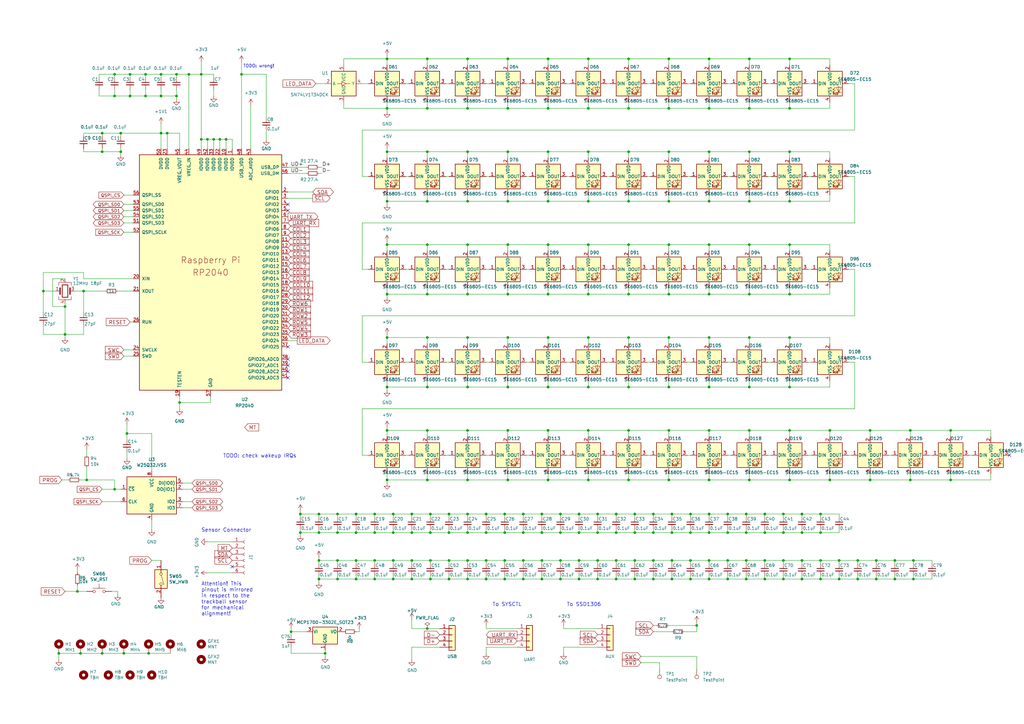
<source format=kicad_sch>
(kicad_sch (version 20211123) (generator eeschema)
  (paper "A3")
  (junction (at 168.91 237.49))
  (junction (at 175.26 100.33))
  (junction (at 267.97 229.87))
  (junction (at 184.15 218.44))
  (junction (at 34.29 119.38))
  (junction (at 85.09 57.15))
  (junction (at 323.85 62.23))
  (junction (at 224.79 44.45))
  (junction (at 146.05 229.87))
  (junction (at 307.34 158.75))
  (junction (at 123.19 218.44))
  (junction (at 158.75 158.75))
  (junction (at 374.65 237.49))
  (junction (at 175.26 158.75))
  (junction (at 356.87 176.53))
  (junction (at 306.07 229.87))
  (junction (at 356.87 196.85))
  (junction (at 241.3 44.45))
  (junction (at 323.85 176.53))
  (junction (at 237.49 229.87))
  (junction (at 214.63 237.49))
  (junction (at 138.43 210.82))
  (junction (at 175.26 120.65))
  (junction (at 340.36 176.53))
  (junction (at 237.49 210.82))
  (junction (at 130.81 237.49))
  (junction (at 298.45 229.87))
  (junction (at 351.79 237.49))
  (junction (at 241.3 196.85))
  (junction (at 340.36 196.85))
  (junction (at 87.63 57.15))
  (junction (at 138.43 229.87))
  (junction (at 207.01 218.44))
  (junction (at 53.34 30.48))
  (junction (at 290.83 44.45))
  (junction (at 66.04 39.37))
  (junction (at 191.77 210.82))
  (junction (at 208.28 62.23))
  (junction (at 31.75 242.57))
  (junction (at 33.02 267.97))
  (junction (at 373.38 176.53))
  (junction (at 313.69 218.44))
  (junction (at 214.63 210.82))
  (junction (at 214.63 229.87))
  (junction (at 175.26 257.81))
  (junction (at 283.21 237.49))
  (junction (at 161.29 210.82))
  (junction (at 274.32 62.23))
  (junction (at 35.56 196.85))
  (junction (at 208.28 158.75))
  (junction (at 191.77 120.65))
  (junction (at 290.83 120.65))
  (junction (at 307.34 44.45))
  (junction (at 274.32 120.65))
  (junction (at 229.87 218.44))
  (junction (at 52.07 177.8))
  (junction (at 245.11 237.49))
  (junction (at 252.73 237.49))
  (junction (at 307.34 82.55))
  (junction (at 208.28 82.55))
  (junction (at 257.81 44.45))
  (junction (at 241.3 24.13))
  (junction (at 24.13 267.97))
  (junction (at 290.83 196.85))
  (junction (at 161.29 229.87))
  (junction (at 274.32 176.53))
  (junction (at 260.35 210.82))
  (junction (at 224.79 120.65))
  (junction (at 290.83 176.53))
  (junction (at 359.41 237.49))
  (junction (at 66.04 30.48))
  (junction (at 323.85 120.65))
  (junction (at 53.34 39.37))
  (junction (at 274.32 138.43))
  (junction (at 222.25 229.87))
  (junction (at 321.31 237.49))
  (junction (at 245.11 210.82))
  (junction (at 158.75 176.53))
  (junction (at 222.25 218.44))
  (junction (at 229.87 237.49))
  (junction (at 257.81 120.65))
  (junction (at 241.3 176.53))
  (junction (at 168.91 229.87))
  (junction (at 307.34 138.43))
  (junction (at 344.17 237.49))
  (junction (at 175.26 176.53))
  (junction (at 66.04 54.61))
  (junction (at 123.19 210.82))
  (junction (at 73.66 165.1))
  (junction (at 208.28 24.13))
  (junction (at 191.77 229.87))
  (junction (at 321.31 218.44))
  (junction (at 306.07 210.82))
  (junction (at 257.81 176.53))
  (junction (at 184.15 237.49))
  (junction (at 68.58 54.61))
  (junction (at 158.75 44.45))
  (junction (at 275.59 218.44))
  (junction (at 307.34 196.85))
  (junction (at 274.32 196.85))
  (junction (at 175.26 196.85))
  (junction (at 130.81 210.82))
  (junction (at 224.79 176.53))
  (junction (at 245.11 218.44))
  (junction (at 207.01 210.82))
  (junction (at 222.25 210.82))
  (junction (at 323.85 100.33))
  (junction (at 191.77 44.45))
  (junction (at 274.32 158.75))
  (junction (at 224.79 158.75))
  (junction (at 290.83 82.55))
  (junction (at 175.26 138.43))
  (junction (at 306.07 237.49))
  (junction (at 229.87 210.82))
  (junction (at 336.55 237.49))
  (junction (at 323.85 82.55))
  (junction (at 237.49 218.44))
  (junction (at 191.77 176.53))
  (junction (at 17.78 119.38))
  (junction (at 199.39 218.44))
  (junction (at 224.79 62.23))
  (junction (at 275.59 229.87))
  (junction (at 274.32 82.55))
  (junction (at 41.91 54.61))
  (junction (at 367.03 237.49))
  (junction (at 158.75 138.43))
  (junction (at 82.55 57.15))
  (junction (at 290.83 218.44))
  (junction (at 175.26 82.55))
  (junction (at 290.83 100.33))
  (junction (at 321.31 210.82))
  (junction (at 336.55 218.44))
  (junction (at 241.3 138.43))
  (junction (at 283.21 229.87))
  (junction (at 26.67 137.16))
  (junction (at 328.93 237.49))
  (junction (at 389.89 196.85))
  (junction (at 175.26 62.23))
  (junction (at 176.53 237.49))
  (junction (at 260.35 229.87))
  (junction (at 252.73 218.44))
  (junction (at 146.05 210.82))
  (junction (at 158.75 196.85))
  (junction (at 389.89 176.53))
  (junction (at 158.75 62.23))
  (junction (at 208.28 120.65))
  (junction (at 176.53 229.87))
  (junction (at 257.81 24.13))
  (junction (at 323.85 196.85))
  (junction (at 328.93 218.44))
  (junction (at 133.35 267.97))
  (junction (at 191.77 158.75))
  (junction (at 158.75 100.33))
  (junction (at 224.79 100.33))
  (junction (at 274.32 44.45))
  (junction (at 208.28 196.85))
  (junction (at 184.15 210.82))
  (junction (at 283.21 218.44))
  (junction (at 208.28 138.43))
  (junction (at 207.01 229.87))
  (junction (at 72.39 39.37))
  (junction (at 237.49 237.49))
  (junction (at 191.77 138.43))
  (junction (at 90.17 57.15))
  (junction (at 46.99 200.66))
  (junction (at 146.05 218.44))
  (junction (at 241.3 158.75))
  (junction (at 153.67 237.49))
  (junction (at 41.91 267.97))
  (junction (at 245.11 229.87))
  (junction (at 285.75 256.54))
  (junction (at 252.73 229.87))
  (junction (at 199.39 237.49))
  (junction (at 275.59 237.49))
  (junction (at 168.91 218.44))
  (junction (at 252.73 210.82))
  (junction (at 222.25 237.49))
  (junction (at 59.69 39.37))
  (junction (at 130.81 218.44))
  (junction (at 359.41 229.87))
  (junction (at 274.32 100.33))
  (junction (at 191.77 196.85))
  (junction (at 224.79 138.43))
  (junction (at 60.96 267.97))
  (junction (at 313.69 210.82))
  (junction (at 328.93 229.87))
  (junction (at 214.63 218.44))
  (junction (at 161.29 237.49))
  (junction (at 191.77 82.55))
  (junction (at 306.07 218.44))
  (junction (at 298.45 218.44))
  (junction (at 229.87 229.87))
  (junction (at 46.99 39.37))
  (junction (at 344.17 229.87))
  (junction (at 49.53 62.23))
  (junction (at 290.83 138.43))
  (junction (at 275.59 210.82))
  (junction (at 307.34 100.33))
  (junction (at 207.01 237.49))
  (junction (at 323.85 24.13))
  (junction (at 313.69 229.87))
  (junction (at 176.53 210.82))
  (junction (at 323.85 138.43))
  (junction (at 257.81 100.33))
  (junction (at 153.67 229.87))
  (junction (at 241.3 100.33))
  (junction (at 82.55 30.48))
  (junction (at 168.91 210.82))
  (junction (at 257.81 138.43))
  (junction (at 208.28 100.33))
  (junction (at 313.69 237.49))
  (junction (at 130.81 229.87))
  (junction (at 336.55 210.82))
  (junction (at 191.77 237.49))
  (junction (at 257.81 62.23))
  (junction (at 176.53 218.44))
  (junction (at 208.28 176.53))
  (junction (at 59.69 30.48))
  (junction (at 241.3 120.65))
  (junction (at 321.31 229.87))
  (junction (at 260.35 218.44))
  (junction (at 307.34 62.23))
  (junction (at 146.05 237.49))
  (junction (at 119.38 259.08))
  (junction (at 290.83 237.49))
  (junction (at 153.67 218.44))
  (junction (at 307.34 24.13))
  (junction (at 373.38 196.85))
  (junction (at 290.83 24.13))
  (junction (at 267.97 237.49))
  (junction (at 323.85 158.75))
  (junction (at 46.99 30.48))
  (junction (at 351.79 229.87))
  (junction (at 328.93 210.82))
  (junction (at 257.81 158.75))
  (junction (at 241.3 62.23))
  (junction (at 374.65 229.87))
  (junction (at 199.39 210.82))
  (junction (at 241.3 82.55))
  (junction (at 298.45 210.82))
  (junction (at 191.77 24.13))
  (junction (at 191.77 218.44))
  (junction (at 257.81 82.55))
  (junction (at 283.21 210.82))
  (junction (at 191.77 62.23))
  (junction (at 161.29 218.44))
  (junction (at 158.75 120.65))
  (junction (at 158.75 82.55))
  (junction (at 153.67 210.82))
  (junction (at 41.91 62.23))
  (junction (at 224.79 196.85))
  (junction (at 307.34 120.65))
  (junction (at 175.26 44.45))
  (junction (at 158.75 24.13))
  (junction (at 367.03 229.87))
  (junction (at 208.28 44.45))
  (junction (at 50.8 267.97))
  (junction (at 274.32 24.13))
  (junction (at 138.43 218.44))
  (junction (at 26.67 125.73))
  (junction (at 138.43 237.49))
  (junction (at 260.35 237.49))
  (junction (at 290.83 62.23))
  (junction (at 307.34 176.53))
  (junction (at 267.97 210.82))
  (junction (at 175.26 24.13))
  (junction (at 224.79 82.55))
  (junction (at 92.71 57.15))
  (junction (at 323.85 44.45))
  (junction (at 99.06 30.48))
  (junction (at 336.55 229.87))
  (junction (at 49.53 54.61))
  (junction (at 298.45 237.49))
  (junction (at 290.83 229.87))
  (junction (at 290.83 210.82))
  (junction (at 267.97 218.44))
  (junction (at 224.79 24.13))
  (junction (at 72.39 30.48))
  (junction (at 191.77 100.33))
  (junction (at 257.81 196.85))
  (junction (at 199.39 229.87))
  (junction (at 184.15 229.87))
  (junction (at 77.47 30.48))
  (junction (at 290.83 158.75))
  (no_connect (at 118.11 152.4))
  (no_connect (at 414.02 186.69))
  (no_connect (at 95.25 232.41))
  (no_connect (at 118.11 154.94))
  (no_connect (at 118.11 149.86))
  (no_connect (at 118.11 147.32))
  (no_connect (at 118.11 83.82))
  (no_connect (at 118.11 86.36))
  (no_connect (at 118.11 142.24))
  (wire (pts (xy 158.75 24.13) (xy 158.75 26.67)))
  (wire (pts (xy 252.73 212.09) (xy 252.73 210.82)))
  (wire (pts (xy 321.31 229.87) (xy 313.69 229.87)))
  (wire (pts (xy 298.45 231.14) (xy 298.45 229.87)))
  (wire (pts (xy 252.73 218.44) (xy 252.73 217.17)))
  (wire (pts (xy 252.73 237.49) (xy 252.73 236.22)))
  (wire (pts (xy 290.83 120.65) (xy 290.83 118.11)))
  (wire (pts (xy 158.75 138.43) (xy 158.75 140.97)))
  (wire (pts (xy 199.39 256.54) (xy 199.39 257.81)))
  (wire (pts (xy 72.39 40.64) (xy 72.39 39.37)))
  (wire (pts (xy 241.3 100.33) (xy 241.3 102.87)))
  (wire (pts (xy 158.75 41.91) (xy 158.75 44.45)))
  (wire (pts (xy 245.11 218.44) (xy 252.73 218.44)))
  (wire (pts (xy 290.83 82.55) (xy 307.34 82.55)))
  (wire (pts (xy 298.45 210.82) (xy 290.83 210.82)))
  (wire (pts (xy 207.01 210.82) (xy 199.39 210.82)))
  (wire (pts (xy 46.99 200.66) (xy 41.91 200.66)))
  (wire (pts (xy 87.63 57.15) (xy 90.17 57.15)))
  (wire (pts (xy 241.3 100.33) (xy 257.81 100.33)))
  (wire (pts (xy 66.04 31.75) (xy 66.04 30.48)))
  (wire (pts (xy 241.3 158.75) (xy 257.81 158.75)))
  (wire (pts (xy 138.43 218.44) (xy 146.05 218.44)))
  (wire (pts (xy 267.97 231.14) (xy 267.97 229.87)))
  (wire (pts (xy 50.8 267.97) (xy 60.96 267.97)))
  (wire (pts (xy 267.97 210.82) (xy 260.35 210.82)))
  (wire (pts (xy 46.99 36.83) (xy 46.99 39.37)))
  (wire (pts (xy 267.97 237.49) (xy 267.97 236.22)))
  (wire (pts (xy 138.43 210.82) (xy 130.81 210.82)))
  (wire (pts (xy 146.05 231.14) (xy 146.05 229.87)))
  (wire (pts (xy 52.07 177.8) (xy 52.07 180.34)))
  (wire (pts (xy 168.91 212.09) (xy 168.91 210.82)))
  (wire (pts (xy 161.29 231.14) (xy 161.29 229.87)))
  (wire (pts (xy 307.34 44.45) (xy 307.34 41.91)))
  (wire (pts (xy 323.85 82.55) (xy 323.85 80.01)))
  (wire (pts (xy 274.32 100.33) (xy 274.32 102.87)))
  (wire (pts (xy 336.55 237.49) (xy 344.17 237.49)))
  (wire (pts (xy 224.79 62.23) (xy 241.3 62.23)))
  (wire (pts (xy 118.11 71.12) (xy 125.73 71.12)))
  (wire (pts (xy 191.77 176.53) (xy 191.77 179.07)))
  (wire (pts (xy 283.21 231.14) (xy 283.21 229.87)))
  (wire (pts (xy 275.59 237.49) (xy 283.21 237.49)))
  (wire (pts (xy 138.43 218.44) (xy 138.43 217.17)))
  (wire (pts (xy 290.83 218.44) (xy 298.45 218.44)))
  (wire (pts (xy 99.06 30.48) (xy 109.22 30.48)))
  (wire (pts (xy 285.75 256.54) (xy 285.75 255.27)))
  (wire (pts (xy 191.77 212.09) (xy 191.77 210.82)))
  (wire (pts (xy 158.75 44.45) (xy 175.26 44.45)))
  (wire (pts (xy 307.34 138.43) (xy 307.34 140.97)))
  (wire (pts (xy 158.75 138.43) (xy 175.26 138.43)))
  (wire (pts (xy 208.28 138.43) (xy 224.79 138.43)))
  (wire (pts (xy 191.77 24.13) (xy 191.77 26.67)))
  (wire (pts (xy 241.3 176.53) (xy 241.3 179.07)))
  (wire (pts (xy 281.94 186.69) (xy 283.21 186.69)))
  (wire (pts (xy 208.28 176.53) (xy 208.28 179.07)))
  (wire (pts (xy 130.81 229.87) (xy 130.81 231.14)))
  (wire (pts (xy 215.9 186.69) (xy 217.17 186.69)))
  (wire (pts (xy 306.07 212.09) (xy 306.07 210.82)))
  (wire (pts (xy 87.63 31.75) (xy 87.63 30.48)))
  (wire (pts (xy 191.77 210.82) (xy 184.15 210.82)))
  (wire (pts (xy 191.77 120.65) (xy 208.28 120.65)))
  (wire (pts (xy 123.19 209.55) (xy 123.19 210.82)))
  (wire (pts (xy 158.75 196.85) (xy 175.26 196.85)))
  (wire (pts (xy 298.45 229.87) (xy 290.83 229.87)))
  (wire (pts (xy 146.05 210.82) (xy 138.43 210.82)))
  (wire (pts (xy 241.3 24.13) (xy 241.3 26.67)))
  (wire (pts (xy 257.81 24.13) (xy 274.32 24.13)))
  (wire (pts (xy 191.77 62.23) (xy 208.28 62.23)))
  (wire (pts (xy 92.71 60.96) (xy 92.71 57.15)))
  (wire (pts (xy 336.55 212.09) (xy 336.55 210.82)))
  (wire (pts (xy 208.28 158.75) (xy 224.79 158.75)))
  (wire (pts (xy 208.28 62.23) (xy 224.79 62.23)))
  (wire (pts (xy 306.07 218.44) (xy 306.07 217.17)))
  (wire (pts (xy 283.21 218.44) (xy 283.21 217.17)))
  (wire (pts (xy 184.15 218.44) (xy 191.77 218.44)))
  (wire (pts (xy 123.19 218.44) (xy 123.19 219.71)))
  (wire (pts (xy 356.87 176.53) (xy 356.87 179.07)))
  (wire (pts (xy 53.34 31.75) (xy 53.34 30.48)))
  (wire (pts (xy 351.79 229.87) (xy 344.17 229.87)))
  (wire (pts (xy 328.93 237.49) (xy 336.55 237.49)))
  (wire (pts (xy 168.91 257.81) (xy 175.26 257.81)))
  (wire (pts (xy 66.04 50.8) (xy 66.04 54.61)))
  (wire (pts (xy 351.79 237.49) (xy 359.41 237.49)))
  (wire (pts (xy 158.75 194.31) (xy 158.75 196.85)))
  (wire (pts (xy 151.13 72.39) (xy 148.59 72.39)))
  (wire (pts (xy 85.09 234.95) (xy 95.25 234.95)))
  (wire (pts (xy 90.17 60.96) (xy 90.17 57.15)))
  (wire (pts (xy 321.31 218.44) (xy 328.93 218.44)))
  (wire (pts (xy 130.81 210.82) (xy 123.19 210.82)))
  (wire (pts (xy 148.59 34.29) (xy 151.13 34.29)))
  (wire (pts (xy 207.01 237.49) (xy 207.01 236.22)))
  (wire (pts (xy 208.28 44.45) (xy 208.28 41.91)))
  (wire (pts (xy 33.02 267.97) (xy 41.91 267.97)))
  (wire (pts (xy 373.38 176.53) (xy 389.89 176.53)))
  (wire (pts (xy 323.85 100.33) (xy 340.36 100.33)))
  (wire (pts (xy 274.32 176.53) (xy 290.83 176.53)))
  (wire (pts (xy 307.34 176.53) (xy 323.85 176.53)))
  (wire (pts (xy 191.77 62.23) (xy 191.77 64.77)))
  (wire (pts (xy 306.07 237.49) (xy 313.69 237.49)))
  (wire (pts (xy 340.36 100.33) (xy 340.36 102.87)))
  (wire (pts (xy 191.77 82.55) (xy 208.28 82.55)))
  (wire (pts (xy 158.75 176.53) (xy 175.26 176.53)))
  (wire (pts (xy 175.26 24.13) (xy 175.26 26.67)))
  (wire (pts (xy 35.56 191.77) (xy 35.56 196.85)))
  (wire (pts (xy 241.3 196.85) (xy 257.81 196.85)))
  (wire (pts (xy 199.39 229.87) (xy 191.77 229.87)))
  (wire (pts (xy 34.29 119.38) (xy 34.29 128.27)))
  (wire (pts (xy 367.03 231.14) (xy 367.03 229.87)))
  (wire (pts (xy 158.75 62.23) (xy 175.26 62.23)))
  (wire (pts (xy 62.23 177.8) (xy 62.23 193.04)))
  (wire (pts (xy 274.32 138.43) (xy 274.32 140.97)))
  (wire (pts (xy 130.81 228.6) (xy 130.81 229.87)))
  (wire (pts (xy 49.53 62.23) (xy 49.53 60.96)))
  (wire (pts (xy 285.75 274.32) (xy 285.75 269.24)))
  (wire (pts (xy 290.83 138.43) (xy 290.83 140.97)))
  (wire (pts (xy 283.21 212.09) (xy 283.21 210.82)))
  (wire (pts (xy 344.17 237.49) (xy 351.79 237.49)))
  (wire (pts (xy 59.69 30.48) (xy 66.04 30.48)))
  (wire (pts (xy 313.69 212.09) (xy 313.69 210.82)))
  (wire (pts (xy 102.87 43.18) (xy 102.87 60.96)))
  (wire (pts (xy 191.77 82.55) (xy 191.77 80.01)))
  (wire (pts (xy 241.3 62.23) (xy 241.3 64.77)))
  (wire (pts (xy 290.83 237.49) (xy 290.83 236.22)))
  (wire (pts (xy 290.83 231.14) (xy 290.83 229.87)))
  (wire (pts (xy 313.69 237.49) (xy 321.31 237.49)))
  (wire (pts (xy 175.26 196.85) (xy 175.26 194.31)))
  (wire (pts (xy 265.43 110.49) (xy 266.7 110.49)))
  (wire (pts (xy 340.36 44.45) (xy 340.36 41.91)))
  (wire (pts (xy 290.83 44.45) (xy 290.83 41.91)))
  (wire (pts (xy 208.28 82.55) (xy 224.79 82.55)))
  (wire (pts (xy 153.67 237.49) (xy 161.29 237.49)))
  (wire (pts (xy 40.64 30.48) (xy 40.64 31.75)))
  (wire (pts (xy 85.09 57.15) (xy 87.63 57.15)))
  (wire (pts (xy 66.04 39.37) (xy 59.69 39.37)))
  (wire (pts (xy 176.53 231.14) (xy 176.53 229.87)))
  (wire (pts (xy 323.85 176.53) (xy 323.85 179.07)))
  (wire (pts (xy 290.83 138.43) (xy 307.34 138.43)))
  (wire (pts (xy 146.05 218.44) (xy 153.67 218.44)))
  (wire (pts (xy 340.36 120.65) (xy 340.36 118.11)))
  (wire (pts (xy 72.39 39.37) (xy 66.04 39.37)))
  (wire (pts (xy 34.29 62.23) (xy 41.91 62.23)))
  (wire (pts (xy 222.25 237.49) (xy 222.25 236.22)))
  (wire (pts (xy 73.66 54.61) (xy 68.58 54.61)))
  (wire (pts (xy 241.3 120.65) (xy 241.3 118.11)))
  (wire (pts (xy 208.28 100.33) (xy 224.79 100.33)))
  (wire (pts (xy 285.75 269.24) (xy 262.89 269.24)))
  (wire (pts (xy 222.25 210.82) (xy 214.63 210.82)))
  (wire (pts (xy 182.88 186.69) (xy 184.15 186.69)))
  (wire (pts (xy 146.05 212.09) (xy 146.05 210.82)))
  (wire (pts (xy 191.77 44.45) (xy 191.77 41.91)))
  (wire (pts (xy 241.3 82.55) (xy 241.3 80.01)))
  (wire (pts (xy 199.39 34.29) (xy 200.66 34.29)))
  (wire (pts (xy 260.35 231.14) (xy 260.35 229.87)))
  (wire (pts (xy 109.22 53.34) (xy 109.22 57.15)))
  (wire (pts (xy 158.75 158.75) (xy 158.75 160.02)))
  (wire (pts (xy 257.81 158.75) (xy 257.81 156.21)))
  (wire (pts (xy 231.14 265.43) (xy 245.11 265.43)))
  (wire (pts (xy 298.45 186.69) (xy 299.72 186.69)))
  (wire (pts (xy 52.07 187.96) (xy 52.07 185.42)))
  (wire (pts (xy 41.91 205.74) (xy 49.53 205.74)))
  (wire (pts (xy 270.51 274.32) (xy 270.51 271.78)))
  (wire (pts (xy 245.11 237.49) (xy 245.11 236.22)))
  (wire (pts (xy 191.77 196.85) (xy 191.77 194.31)))
  (wire (pts (xy 138.43 212.09) (xy 138.43 210.82)))
  (wire (pts (xy 166.37 186.69) (xy 167.64 186.69)))
  (wire (pts (xy 351.79 231.14) (xy 351.79 229.87)))
  (wire (pts (xy 73.66 165.1) (xy 86.36 165.1)))
  (wire (pts (xy 182.88 148.59) (xy 184.15 148.59)))
  (wire (pts (xy 92.71 57.15) (xy 95.25 57.15)))
  (wire (pts (xy 232.41 148.59) (xy 233.68 148.59)))
  (wire (pts (xy 359.41 229.87) (xy 351.79 229.87)))
  (wire (pts (xy 328.93 231.14) (xy 328.93 229.87)))
  (wire (pts (xy 66.04 30.48) (xy 72.39 30.48)))
  (wire (pts (xy 351.79 237.49) (xy 351.79 236.22)))
  (wire (pts (xy 62.23 213.36) (xy 62.23 217.17)))
  (wire (pts (xy 274.32 120.65) (xy 290.83 120.65)))
  (wire (pts (xy 307.34 158.75) (xy 307.34 156.21)))
  (wire (pts (xy 274.32 24.13) (xy 274.32 26.67)))
  (wire (pts (xy 232.41 72.39) (xy 233.68 72.39)))
  (wire (pts (xy 290.83 62.23) (xy 307.34 62.23)))
  (wire (pts (xy 82.55 30.48) (xy 82.55 57.15)))
  (wire (pts (xy 199.39 237.49) (xy 199.39 236.22)))
  (wire (pts (xy 323.85 196.85) (xy 340.36 196.85)))
  (wire (pts (xy 389.89 196.85) (xy 406.4 196.85)))
  (wire (pts (xy 275.59 229.87) (xy 267.97 229.87)))
  (wire (pts (xy 21.59 114.3) (xy 21.59 125.73)))
  (wire (pts (xy 72.39 30.48) (xy 77.47 30.48)))
  (wire (pts (xy 207.01 231.14) (xy 207.01 229.87)))
  (wire (pts (xy 26.67 125.73) (xy 26.67 137.16)))
  (wire (pts (xy 356.87 196.85) (xy 356.87 194.31)))
  (wire (pts (xy 224.79 82.55) (xy 241.3 82.55)))
  (wire (pts (xy 237.49 210.82) (xy 229.87 210.82)))
  (wire (pts (xy 257.81 138.43) (xy 257.81 140.97)))
  (wire (pts (xy 176.53 218.44) (xy 184.15 218.44)))
  (wire (pts (xy 175.26 120.65) (xy 191.77 120.65)))
  (wire (pts (xy 26.67 137.16) (xy 26.67 138.43)))
  (wire (pts (xy 241.3 82.55) (xy 257.81 82.55)))
  (wire (pts (xy 267.97 237.49) (xy 275.59 237.49)))
  (wire (pts (xy 53.34 39.37) (xy 46.99 39.37)))
  (wire (pts (xy 290.83 100.33) (xy 290.83 102.87)))
  (wire (pts (xy 257.81 62.23) (xy 257.81 64.77)))
  (wire (pts (xy 130.81 237.49) (xy 138.43 237.49)))
  (wire (pts (xy 207.01 218.44) (xy 214.63 218.44)))
  (wire (pts (xy 290.83 44.45) (xy 307.34 44.45)))
  (wire (pts (xy 340.36 62.23) (xy 340.36 64.77)))
  (wire (pts (xy 199.39 265.43) (xy 212.09 265.43)))
  (wire (pts (xy 313.69 218.44) (xy 313.69 217.17)))
  (wire (pts (xy 241.3 196.85) (xy 241.3 194.31)))
  (wire (pts (xy 224.79 44.45) (xy 241.3 44.45)))
  (wire (pts (xy 214.63 218.44) (xy 214.63 217.17)))
  (wire (pts (xy 336.55 229.87) (xy 328.93 229.87)))
  (wire (pts (xy 46.99 31.75) (xy 46.99 30.48)))
  (wire (pts (xy 22.86 119.38) (xy 17.78 119.38)))
  (wire (pts (xy 86.36 165.1) (xy 86.36 162.56)))
  (wire (pts (xy 34.29 54.61) (xy 34.29 55.88)))
  (wire (pts (xy 290.83 176.53) (xy 307.34 176.53)))
  (wire (pts (xy 231.14 257.81) (xy 245.11 257.81)))
  (wire (pts (xy 257.81 120.65) (xy 274.32 120.65)))
  (wire (pts (xy 17.78 137.16) (xy 17.78 133.35)))
  (wire (pts (xy 241.3 24.13) (xy 257.81 24.13)))
  (wire (pts (xy 344.17 237.49) (xy 344.17 236.22)))
  (wire (pts (xy 73.66 162.56) (xy 73.66 165.1)))
  (wire (pts (xy 257.81 44.45) (xy 274.32 44.45)))
  (wire (pts (xy 281.94 72.39) (xy 283.21 72.39)))
  (wire (pts (xy 146.05 229.87) (xy 138.43 229.87)))
  (wire (pts (xy 241.3 44.45) (xy 241.3 41.91)))
  (wire (pts (xy 275.59 218.44) (xy 275.59 217.17)))
  (wire (pts (xy 323.85 120.65) (xy 340.36 120.65)))
  (wire (pts (xy 350.52 148.59) (xy 347.98 148.59)))
  (wire (pts (xy 59.69 31.75) (xy 59.69 30.48)))
  (wire (pts (xy 290.83 100.33) (xy 307.34 100.33)))
  (wire (pts (xy 53.34 30.48) (xy 59.69 30.48)))
  (wire (pts (xy 265.43 72.39) (xy 266.7 72.39)))
  (wire (pts (xy 237.49 237.49) (xy 237.49 236.22)))
  (wire (pts (xy 182.88 110.49) (xy 184.15 110.49)))
  (wire (pts (xy 275.59 218.44) (xy 283.21 218.44)))
  (wire (pts (xy 146.05 237.49) (xy 153.67 237.49)))
  (wire (pts (xy 307.34 196.85) (xy 307.34 194.31)))
  (wire (pts (xy 184.15 212.09) (xy 184.15 210.82)))
  (wire (pts (xy 184.15 218.44) (xy 184.15 217.17)))
  (wire (pts (xy 208.28 62.23) (xy 208.28 64.77)))
  (wire (pts (xy 168.91 265.43) (xy 180.34 265.43)))
  (wire (pts (xy 381 186.69) (xy 382.27 186.69)))
  (wire (pts (xy 158.75 44.45) (xy 140.97 44.45)))
  (wire (pts (xy 77.47 30.48) (xy 82.55 30.48)))
  (wire (pts (xy 34.29 114.3) (xy 34.29 111.76)))
  (wire (pts (xy 307.34 82.55) (xy 323.85 82.55)))
  (wire (pts (xy 151.13 186.69) (xy 148.59 186.69)))
  (wire (pts (xy 191.77 218.44) (xy 191.77 217.17)))
  (wire (pts (xy 158.75 24.13) (xy 175.26 24.13)))
  (wire (pts (xy 207.01 229.87) (xy 199.39 229.87)))
  (wire (pts (xy 323.85 158.75) (xy 340.36 158.75)))
  (wire (pts (xy 118.11 68.58) (xy 125.73 68.58)))
  (wire (pts (xy 72.39 36.83) (xy 72.39 39.37)))
  (wire (pts (xy 40.64 30.48) (xy 46.99 30.48)))
  (wire (pts (xy 175.26 62.23) (xy 175.26 64.77)))
  (wire (pts (xy 119.38 267.97) (xy 119.38 265.43)))
  (wire (pts (xy 222.25 212.09) (xy 222.25 210.82)))
  (wire (pts (xy 52.07 177.8) (xy 62.23 177.8)))
  (wire (pts (xy 90.17 57.15) (xy 92.71 57.15)))
  (wire (pts (xy 175.26 196.85) (xy 191.77 196.85)))
  (wire (pts (xy 161.29 212.09) (xy 161.29 210.82)))
  (wire (pts (xy 158.75 100.33) (xy 175.26 100.33)))
  (wire (pts (xy 214.63 218.44) (xy 222.25 218.44)))
  (wire (pts (xy 257.81 120.65) (xy 257.81 118.11)))
  (wire (pts (xy 176.53 212.09) (xy 176.53 210.82)))
  (wire (pts (xy 118.11 78.74) (xy 128.27 78.74)))
  (wire (pts (xy 280.67 259.08) (xy 285.75 259.08)))
  (wire (pts (xy 307.34 176.53) (xy 307.34 179.07)))
  (wire (pts (xy 168.91 210.82) (xy 161.29 210.82)))
  (wire (pts (xy 323.85 24.13) (xy 323.85 26.67)))
  (wire (pts (xy 182.88 72.39) (xy 184.15 72.39)))
  (wire (pts (xy 231.14 257.81) (xy 231.14 256.54)))
  (wire (pts (xy 336.55 210.82) (xy 328.93 210.82)))
  (wire (pts (xy 148.59 110.49) (xy 148.59 91.44)))
  (wire (pts (xy 274.32 176.53) (xy 274.32 179.07)))
  (wire (pts (xy 208.28 120.65) (xy 224.79 120.65)))
  (wire (pts (xy 257.81 82.55) (xy 274.32 82.55)))
  (wire (pts (xy 290.83 24.13) (xy 307.34 24.13)))
  (wire (pts (xy 283.21 237.49) (xy 283.21 236.22)))
  (wire (pts (xy 323.85 138.43) (xy 340.36 138.43)))
  (wire (pts (xy 208.28 196.85) (xy 208.28 194.31)))
  (wire (pts (xy 350.52 53.34) (xy 350.52 34.29)))
  (wire (pts (xy 347.98 186.69) (xy 349.25 186.69)))
  (wire (pts (xy 175.26 44.45) (xy 175.26 41.91)))
  (wire (pts (xy 34.29 114.3) (xy 54.61 114.3)))
  (wire (pts (xy 248.92 186.69) (xy 250.19 186.69)))
  (wire (pts (xy 328.93 218.44) (xy 328.93 217.17)))
  (wire (pts (xy 313.69 237.49) (xy 313.69 236.22)))
  (wire (pts (xy 241.3 44.45) (xy 257.81 44.45)))
  (wire (pts (xy 374.65 237.49) (xy 382.27 237.49)))
  (wire (pts (xy 269.24 256.54) (xy 267.97 256.54)))
  (wire (pts (xy 158.75 82.55) (xy 158.75 83.82)))
  (wire (pts (xy 123.19 210.82) (xy 123.19 212.09)))
  (wire (pts (xy 321.31 212.09) (xy 321.31 210.82)))
  (wire (pts (xy 350.52 110.49) (xy 347.98 110.49)))
  (wire (pts (xy 30.48 119.38) (xy 34.29 119.38)))
  (wire (pts (xy 17.78 137.16) (xy 26.67 137.16)))
  (wire (pts (xy 241.3 138.43) (xy 241.3 140.97)))
  (wire (pts (xy 119.38 257.81) (xy 119.38 259.08)))
  (wire (pts (xy 48.26 119.38) (xy 54.61 119.38)))
  (wire (pts (xy 307.34 100.33) (xy 323.85 100.33)))
  (wire (pts (xy 146.05 218.44) (xy 146.05 217.17)))
  (wire (pts (xy 158.75 44.45) (xy 158.75 45.72)))
  (wire (pts (xy 389.89 176.53) (xy 406.4 176.53)))
  (wire (pts (xy 283.21 210.82) (xy 275.59 210.82)))
  (wire (pts (xy 257.81 158.75) (xy 274.32 158.75)))
  (wire (pts (xy 298.45 148.59) (xy 299.72 148.59)))
  (wire (pts (xy 199.39 212.09) (xy 199.39 210.82)))
  (wire (pts (xy 298.45 212.09) (xy 298.45 210.82)))
  (wire (pts (xy 158.75 82.55) (xy 175.26 82.55)))
  (wire (pts (xy 175.26 82.55) (xy 175.26 80.01)))
  (wire (pts (xy 46.99 30.48) (xy 53.34 30.48)))
  (wire (pts (xy 344.17 231.14) (xy 344.17 229.87)))
  (wire (pts (xy 222.25 231.14) (xy 222.25 229.87)))
  (wire (pts (xy 59.69 36.83) (xy 59.69 39.37)))
  (wire (pts (xy 373.38 196.85) (xy 389.89 196.85)))
  (wire (pts (xy 175.26 158.75) (xy 175.26 156.21)))
  (wire (pts (xy 237.49 237.49) (xy 245.11 237.49)))
  (wire (pts (xy 323.85 62.23) (xy 323.85 64.77)))
  (wire (pts (xy 148.59 129.54) (xy 350.52 129.54)))
  (wire (pts (xy 191.77 231.14) (xy 191.77 229.87)))
  (wire (pts (xy 129.54 34.29) (xy 133.35 34.29)))
  (wire (pts (xy 274.32 24.13) (xy 290.83 24.13)))
  (wire (pts (xy 331.47 72.39) (xy 332.74 72.39)))
  (wire (pts (xy 215.9 34.29) (xy 217.17 34.29)))
  (wire (pts (xy 245.11 237.49) (xy 252.73 237.49)))
  (wire (pts (xy 224.79 24.13) (xy 241.3 24.13)))
  (wire (pts (xy 290.83 196.85) (xy 307.34 196.85)))
  (wire (pts (xy 168.91 231.14) (xy 168.91 229.87)))
  (wire (pts (xy 224.79 62.23) (xy 224.79 64.77)))
  (wire (pts (xy 184.15 237.49) (xy 191.77 237.49)))
  (wire (pts (xy 314.96 186.69) (xy 316.23 186.69)))
  (wire (pts (xy 364.49 186.69) (xy 365.76 186.69)))
  (wire (pts (xy 158.75 158.75) (xy 175.26 158.75)))
  (wire (pts (xy 321.31 237.49) (xy 321.31 236.22)))
  (wire (pts (xy 82.55 57.15) (xy 82.55 60.96)))
  (wire (pts (xy 267.97 212.09) (xy 267.97 210.82)))
  (wire (pts (xy 336.55 218.44) (xy 336.55 217.17)))
  (wire (pts (xy 274.32 62.23) (xy 274.32 64.77)))
  (wire (pts (xy 50.8 86.36) (xy 54.61 86.36)))
  (wire (pts (xy 237.49 218.44) (xy 245.11 218.44)))
  (wire (pts (xy 290.83 24.13) (xy 290.83 26.67)))
  (wire (pts (xy 168.91 218.44) (xy 168.91 217.17)))
  (wire (pts (xy 314.96 34.29) (xy 316.23 34.29)))
  (wire (pts (xy 275.59 237.49) (xy 275.59 236.22)))
  (wire (pts (xy 331.47 186.69) (xy 332.74 186.69)))
  (wire (pts (xy 148.59 53.34) (xy 350.52 53.34)))
  (wire (pts (xy 340.36 24.13) (xy 340.36 26.67)))
  (wire (pts (xy 161.29 210.82) (xy 153.67 210.82)))
  (wire (pts (xy 184.15 229.87) (xy 176.53 229.87)))
  (wire (pts (xy 307.34 44.45) (xy 323.85 44.45)))
  (wire (pts (xy 133.35 266.7) (xy 133.35 267.97)))
  (wire (pts (xy 119.38 259.08) (xy 125.73 259.08)))
  (wire (pts (xy 85.09 222.25) (xy 95.25 222.25)))
  (wire (pts (xy 168.91 257.81) (xy 168.91 254)))
  (wire (pts (xy 214.63 212.09) (xy 214.63 210.82)))
  (wire (pts (xy 241.3 120.65) (xy 257.81 120.65)))
  (wire (pts (xy 367.03 237.49) (xy 374.65 237.49)))
  (wire (pts (xy 35.56 196.85) (xy 46.99 196.85)))
  (wire (pts (xy 281.94 34.29) (xy 283.21 34.29)))
  (wire (pts (xy 274.32 100.33) (xy 290.83 100.33)))
  (wire (pts (xy 158.75 156.21) (xy 158.75 158.75)))
  (wire (pts (xy 215.9 148.59) (xy 217.17 148.59)))
  (wire (pts (xy 176.53 218.44) (xy 176.53 217.17)))
  (wire (pts (xy 224.79 196.85) (xy 224.79 194.31)))
  (wire (pts (xy 313.69 229.87) (xy 306.07 229.87)))
  (wire (pts (xy 175.26 120.65) (xy 175.26 118.11)))
  (wire (pts (xy 17.78 119.38) (xy 17.78 128.27)))
  (wire (pts (xy 314.96 148.59) (xy 316.23 148.59)))
  (wire (pts (xy 237.49 231.14) (xy 237.49 229.87)))
  (wire (pts (xy 222.25 218.44) (xy 222.25 217.17)))
  (wire (pts (xy 199.39 110.49) (xy 200.66 110.49)))
  (wire (pts (xy 166.37 34.29) (xy 167.64 34.29)))
  (wire (pts (xy 147.32 259.08) (xy 146.05 259.08)))
  (wire (pts (xy 50.8 95.25) (xy 54.61 95.25)))
  (wire (pts (xy 73.66 60.96) (xy 73.66 54.61)))
  (wire (pts (xy 245.11 218.44) (xy 245.11 217.17)))
  (wire (pts (xy 267.97 259.08) (xy 275.59 259.08)))
  (wire (pts (xy 274.32 82.55) (xy 274.32 80.01)))
  (wire (pts (xy 158.75 62.23) (xy 158.75 64.77)))
  (wire (pts (xy 46.99 196.85) (xy 46.99 200.66)))
  (wire (pts (xy 323.85 82.55) (xy 340.36 82.55)))
  (wire (pts (xy 265.43 34.29) (xy 266.7 34.29)))
  (wire (pts (xy 199.39 186.69) (xy 200.66 186.69)))
  (wire (pts (xy 274.32 256.54) (xy 285.75 256.54)))
  (wire (pts (xy 54.61 83.82) (xy 50.8 83.82)))
  (wire (pts (xy 168.91 229.87) (xy 161.29 229.87)))
  (wire (pts (xy 298.45 218.44) (xy 306.07 218.44)))
  (wire (pts (xy 118.11 139.7) (xy 121.92 139.7)))
  (wire (pts (xy 340.36 176.53) (xy 356.87 176.53)))
  (wire (pts (xy 138.43 237.49) (xy 138.43 236.22)))
  (wire (pts (xy 260.35 218.44) (xy 260.35 217.17)))
  (wire (pts (xy 231.14 267.97) (xy 231.14 265.43)))
  (wire (pts (xy 397.51 186.69) (xy 398.78 186.69)))
  (wire (pts (xy 224.79 176.53) (xy 241.3 176.53)))
  (wire (pts (xy 323.85 158.75) (xy 323.85 156.21)))
  (wire (pts (xy 175.26 62.23) (xy 191.77 62.23)))
  (wire (pts (xy 260.35 229.87) (xy 252.73 229.87)))
  (wire (pts (xy 307.34 24.13) (xy 307.34 26.67)))
  (wire (pts (xy 153.67 218.44) (xy 153.67 217.17)))
  (wire (pts (xy 153.67 229.87) (xy 146.05 229.87)))
  (wire (pts (xy 307.34 120.65) (xy 323.85 120.65)))
  (wire (pts (xy 373.38 176.53) (xy 373.38 179.07)))
  (wire (pts (xy 130.81 218.44) (xy 130.81 217.17)))
  (wire (pts (xy 257.81 24.13) (xy 257.81 26.67)))
  (wire (pts (xy 46.99 39.37) (xy 40.64 39.37)))
  (wire (pts (xy 215.9 72.39) (xy 217.17 72.39)))
  (wire (pts (xy 344.17 212.09) (xy 344.17 210.82)))
  (wire (pts (xy 74.93 208.28) (xy 78.74 208.28)))
  (wire (pts (xy 257.81 176.53) (xy 257.81 179.07)))
  (wire (pts (xy 73.66 165.1) (xy 73.66 167.64)))
  (wire (pts (xy 252.73 237.49) (xy 260.35 237.49)))
  (wire (pts (xy 237.49 229.87) (xy 229.87 229.87)))
  (wire (pts (xy 306.07 218.44) (xy 313.69 218.44)))
  (wire (pts (xy 148.59 72.39) (xy 148.59 53.34)))
  (wire (pts (xy 222.25 229.87) (xy 214.63 229.87)))
  (wire (pts (xy 340.36 82.55) (xy 340.36 80.01)))
  (wire (pts (xy 41.91 60.96) (xy 41.91 62.23)))
  (wire (pts (xy 350.52 129.54) (xy 350.52 110.49)))
  (wire (pts (xy 241.3 138.43) (xy 257.81 138.43)))
  (wire (pts (xy 307.34 24.13) (xy 323.85 24.13)))
  (wire (pts (xy 281.94 148.59) (xy 283.21 148.59)))
  (wire (pts (xy 158.75 137.16) (xy 158.75 138.43)))
  (wire (pts (xy 307.34 158.75) (xy 323.85 158.75)))
  (wire (pts (xy 290.83 237.49) (xy 298.45 237.49)))
  (wire (pts (xy 214.63 210.82) (xy 207.01 210.82)))
  (wire (pts (xy 158.75 99.06) (xy 158.75 100.33)))
  (wire (pts (xy 118.11 81.28) (xy 128.27 81.28)))
  (wire (pts (xy 26.67 242.57) (xy 31.75 242.57)))
  (wire (pts (xy 313.69 210.82) (xy 306.07 210.82)))
  (wire (pts (xy 175.26 100.33) (xy 175.26 102.87)))
  (wire (pts (xy 130.81 237.49) (xy 130.81 238.76)))
  (wire (pts (xy 31.75 240.03) (xy 31.75 242.57)))
  (wire (pts (xy 224.79 138.43) (xy 224.79 140.97)))
  (wire (pts (xy 274.32 158.75) (xy 274.32 156.21)))
  (wire (pts (xy 175.26 158.75) (xy 191.77 158.75)))
  (wire (pts (xy 229.87 212.09) (xy 229.87 210.82)))
  (wire (pts (xy 207.01 218.44) (xy 207.01 217.17)))
  (wire (pts (xy 274.32 82.55) (xy 290.83 82.55)))
  (wire (pts (xy 133.35 267.97) (xy 133.35 269.24)))
  (wire (pts (xy 33.02 196.85) (xy 35.56 196.85)))
  (wire (pts (xy 298.45 34.29) (xy 299.72 34.29)))
  (wire (pts (xy 389.89 196.85) (xy 389.89 194.31)))
  (wire (pts (xy 257.81 100.33) (xy 257.81 102.87)))
  (wire (pts (xy 340.36 196.85) (xy 340.36 194.31)))
  (wire (pts (xy 245.11 229.87) (xy 237.49 229.87)))
  (wire (pts (xy 340.36 158.75) (xy 340.36 156.21)))
  (wire (pts (xy 257.81 138.43) (xy 274.32 138.43)))
  (wire (pts (xy 191.77 218.44) (xy 199.39 218.44)))
  (wire (pts (xy 265.43 148.59) (xy 266.7 148.59)))
  (wire (pts (xy 166.37 148.59) (xy 167.64 148.59)))
  (wire (pts (xy 214.63 237.49) (xy 222.25 237.49)))
  (wire (pts (xy 41.91 267.97) (xy 50.8 267.97)))
  (wire (pts (xy 158.75 196.85) (xy 158.75 198.12)))
  (wire (pts (xy 313.69 231.14) (xy 313.69 229.87)))
  (wire (pts (xy 215.9 110.49) (xy 217.17 110.49)))
  (wire (pts (xy 41.91 55.88) (xy 41.91 54.61)))
  (wire (pts (xy 199.39 218.44) (xy 199.39 217.17)))
  (wire (pts (xy 252.73 229.87) (xy 245.11 229.87)))
  (wire (pts (xy 191.77 237.49) (xy 191.77 236.22)))
  (wire (pts (xy 191.77 100.33) (xy 191.77 102.87)))
  (wire (pts (xy 275.59 231.14) (xy 275.59 229.87)))
  (wire (pts (xy 260.35 237.49) (xy 267.97 237.49)))
  (wire (pts (xy 241.3 176.53) (xy 257.81 176.53)))
  (wire (pts (xy 119.38 259.08) (xy 119.38 260.35)))
  (wire (pts (xy 199.39 210.82) (xy 191.77 210.82)))
  (wire (pts (xy 66.04 36.83) (xy 66.04 39.37)))
  (wire (pts (xy 406.4 196.85) (xy 406.4 194.31)))
  (wire (pts (xy 328.93 212.09) (xy 328.93 210.82)))
  (wire (pts (xy 323.85 100.33) (xy 323.85 102.87)))
  (wire (pts (xy 199.39 72.39) (xy 200.66 72.39)))
  (wire (pts (xy 85.09 60.96) (xy 85.09 57.15)))
  (wire (pts (xy 191.77 196.85) (xy 208.28 196.85)))
  (wire (pts (xy 99.06 25.4) (xy 99.06 30.48)))
  (wire (pts (xy 78.74 205.74) (xy 74.93 205.74)))
  (wire (pts (xy 50.8 146.05) (xy 54.61 146.05)))
  (wire (pts (xy 222.25 237.49) (xy 229.87 237.49)))
  (wire (pts (xy 382.27 231.14) (xy 382.27 229.87)))
  (wire (pts (xy 82.55 57.15) (xy 85.09 57.15)))
  (wire (pts (xy 175.26 138.43) (xy 191.77 138.43)))
  (wire (pts (xy 176.53 237.49) (xy 184.15 237.49)))
  (wire (pts (xy 359.41 231.14) (xy 359.41 229.87)))
  (wire (pts (xy 307.34 196.85) (xy 323.85 196.85)))
  (wire (pts (xy 222.25 218.44) (xy 229.87 218.44)))
  (wire (pts (xy 168.91 237.49) (xy 176.53 237.49)))
  (wire (pts (xy 373.38 196.85) (xy 373.38 194.31)))
  (wire (pts (xy 224.79 176.53) (xy 224.79 179.07)))
  (wire (pts (xy 283.21 237.49) (xy 290.83 237.49)))
  (wire (pts (xy 237.49 218.44) (xy 237.49 217.17)))
  (wire (pts (xy 224.79 120.65) (xy 224.79 118.11)))
  (wire (pts (xy 298.45 237.49) (xy 298.45 236.22)))
  (wire (pts (xy 306.07 237.49) (xy 306.07 236.22)))
  (wire (pts (xy 208.28 24.13) (xy 208.28 26.67)))
  (wire (pts (xy 175.26 138.43) (xy 175.26 140.97)))
  (wire (pts (xy 208.28 100.33) (xy 208.28 102.87)))
  (wire (pts (xy 389.89 176.53) (xy 389.89 179.07)))
  (wire (pts (xy 50.8 80.01) (xy 54.61 80.01)))
  (wire (pts (xy 132.08 68.58) (xy 130.81 68.58)))
  (wire (pts (xy 285.75 259.08) (xy 285.75 256.54)))
  (wire (pts (xy 260.35 210.82) (xy 252.73 210.82)))
  (wire (pts (xy 290.83 158.75) (xy 307.34 158.75)))
  (wire (pts (xy 74.93 200.66) (xy 78.74 200.66)))
  (wire (pts (xy 306.07 231.14) (xy 306.07 229.87)))
  (wire (pts (xy 374.65 237.49) (xy 374.65 236.22)))
  (wire (pts (xy 207.01 212.09) (xy 207.01 210.82)))
  (wire (pts (xy 323.85 196.85) (xy 323.85 194.31)))
  (wire (pts (xy 224.79 120.65) (xy 241.3 120.65)))
  (wire (pts (xy 153.67 231.14) (xy 153.67 229.87)))
  (wire (pts (xy 274.32 44.45) (xy 290.83 44.45)))
  (wire (pts (xy 245.11 210.82) (xy 237.49 210.82)))
  (wire (pts (xy 34.29 137.16) (xy 34.29 133.35)))
  (wire (pts (xy 146.05 237.49) (xy 146.05 236.22)))
  (wire (pts (xy 290.83 210.82) (xy 283.21 210.82)))
  (wire (pts (xy 60.96 267.97) (xy 69.85 267.97)))
  (wire (pts (xy 130.81 218.44) (xy 138.43 218.44)))
  (wire (pts (xy 274.32 120.65) (xy 274.32 118.11)))
  (wire (pts (xy 323.85 120.65) (xy 323.85 118.11)))
  (wire (pts (xy 275.59 210.82) (xy 267.97 210.82)))
  (wire (pts (xy 224.79 44.45) (xy 224.79 41.91)))
  (wire (pts (xy 175.26 100.33) (xy 191.77 100.33)))
  (wire (pts (xy 182.88 34.29) (xy 184.15 34.29)))
  (wire (pts (xy 132.08 71.12) (xy 130.81 71.12)))
  (wire (pts (xy 260.35 218.44) (xy 267.97 218.44)))
  (wire (pts (xy 257.81 100.33) (xy 274.32 100.33)))
  (wire (pts (xy 340.36 176.53) (xy 340.36 179.07)))
  (wire (pts (xy 208.28 158.75) (xy 208.28 156.21)))
  (wire (pts (xy 281.94 110.49) (xy 283.21 110.49)))
  (wire (pts (xy 208.28 82.55) (xy 208.28 80.01)))
  (wire (pts (xy 224.79 138.43) (xy 241.3 138.43)))
  (wire (pts (xy 24.13 270.51) (xy 24.13 267.97)))
  (wire (pts (xy 199.39 267.97) (xy 199.39 265.43)))
  (wire (pts (xy 257.81 196.85) (xy 257.81 194.31)))
  (wire (pts (xy 257.81 62.23) (xy 274.32 62.23)))
  (wire (pts (xy 298.45 237.49) (xy 306.07 237.49)))
  (wire (pts (xy 265.43 186.69) (xy 266.7 186.69)))
  (wire (pts (xy 175.26 82.55) (xy 191.77 82.55)))
  (wire (pts (xy 290.83 212.09) (xy 290.83 210.82)))
  (wire (pts (xy 229.87 237.49) (xy 237.49 237.49)))
  (wire (pts (xy 49.53 54.61) (xy 41.91 54.61)))
  (wire (pts (xy 34.29 119.38) (xy 43.18 119.38)))
  (wire (pts (xy 267.97 218.44) (xy 275.59 218.44)))
  (wire (pts (xy 153.67 212.09) (xy 153.67 210.82)))
  (wire (pts (xy 229.87 237.49) (xy 229.87 236.22)))
  (wire (pts (xy 214.63 237.49) (xy 214.63 236.22)))
  (wire (pts (xy 229.87 229.87) (xy 222.25 229.87)))
  (wire (pts (xy 313.69 218.44) (xy 321.31 218.44)))
  (wire (pts (xy 158.75 175.26) (xy 158.75 176.53)))
  (wire (pts (xy 21.59 125.73) (xy 26.67 125.73)))
  (wire (pts (xy 158.75 120.65) (xy 158.75 121.92)))
  (wire (pts (xy 176.53 237.49) (xy 176.53 236.22)))
  (wire (pts (xy 138.43 229.87) (xy 130.81 229.87)))
  (wire (pts (xy 191.77 158.75) (xy 208.28 158.75)))
  (wire (pts (xy 140.97 24.13) (xy 140.97 26.67)))
  (wire (pts (xy 87.63 36.83) (xy 87.63 39.37)))
  (wire (pts (xy 356.87 196.85) (xy 373.38 196.85)))
  (wire (pts (xy 248.92 72.39) (xy 250.19 72.39)))
  (wire (pts (xy 323.85 24.13) (xy 340.36 24.13)))
  (wire (pts (xy 224.79 196.85) (xy 241.3 196.85)))
  (wire (pts (xy 158.75 60.96) (xy 158.75 62.23)))
  (wire (pts (xy 350.52 167.64) (xy 350.52 148.59)))
  (wire (pts (xy 158.75 176.53) (xy 158.75 179.07)))
  (wire (pts (xy 133.35 267.97) (xy 119.38 267.97)))
  (wire (pts (xy 306.07 229.87) (xy 298.45 229.87)))
  (wire (pts (xy 323.85 138.43) (xy 323.85 140.97)))
  (wire (pts (xy 166.37 110.49) (xy 167.64 110.49)))
  (wire (pts (xy 321.31 218.44) (xy 321.31 217.17)))
  (wire (pts (xy 307.34 82.55) (xy 307.34 80.01)))
  (wire (pts (xy 161.29 218.44) (xy 161.29 217.17)))
  (wire (pts (xy 374.65 231.14) (xy 374.65 229.87)))
  (wire (pts (xy 191.77 158.75) (xy 191.77 156.21)))
  (wire (pts (xy 41.91 54.61) (xy 34.29 54.61)))
  (wire (pts (xy 72.39 31.75) (xy 72.39 30.48)))
  (wire (pts (xy 237.49 212.09) (xy 237.49 210.82)))
  (wire (pts (xy 290.83 82.55) (xy 290.83 80.01)))
  (wire (pts (xy 323.85 176.53) (xy 340.36 176.53)))
  (wire (pts (xy 229.87 231.14) (xy 229.87 229.87)))
  (wire (pts (xy 82.55 30.48) (xy 87.63 30.48)))
  (wire (pts (xy 224.79 24.13) (xy 224.79 26.67)))
  (wire (pts (xy 49.53 55.88) (xy 49.53 54.61)))
  (wire (pts (xy 382.27 237.49) (xy 382.27 236.22)))
  (wire (pts (xy 350.52 34.29) (xy 347.98 34.29)))
  (wire (pts (xy 328.93 218.44) (xy 336.55 218.44)))
  (wire (pts (xy 24.13 267.97) (xy 33.02 267.97)))
  (wire (pts (xy 328.93 210.82) (xy 321.31 210.82)))
  (wire (pts (xy 257.81 44.45) (xy 257.81 41.91)))
  (wire (pts (xy 95.25 57.15) (xy 95.25 60.96)))
  (wire (pts (xy 41.91 62.23) (xy 49.53 62.23)))
  (wire (pts (xy 130.81 236.22) (xy 130.81 237.49)))
  (wire (pts (xy 290.83 196.85) (xy 290.83 194.31)))
  (wire (pts (xy 270.51 271.78) (xy 262.89 271.78)))
  (wire (pts (xy 148.59 186.69) (xy 148.59 167.64)))
  (wire (pts (xy 252.73 218.44) (xy 260.35 218.44)))
  (wire (pts (xy 176.53 229.87) (xy 168.91 229.87)))
  (wire (pts (xy 208.28 196.85) (xy 224.79 196.85)))
  (wire (pts (xy 274.32 196.85) (xy 274.32 194.31)))
  (wire (pts (xy 153.67 210.82) (xy 146.05 210.82)))
  (wire (pts (xy 245.11 231.14) (xy 245.11 229.87)))
  (wire (pts (xy 367.03 237.49) (xy 367.03 236.22)))
  (wire (pts (xy 323.85 62.23) (xy 340.36 62.23)))
  (wire (pts (xy 331.47 34.29) (xy 332.74 34.29)))
  (wire (pts (xy 153.67 218.44) (xy 161.29 218.44)))
  (wire (pts (xy 140.97 44.45) (xy 140.97 41.91)))
  (wire (pts (xy 138.43 237.49) (xy 146.05 237.49)))
  (wire (pts (xy 267.97 229.87) (xy 260.35 229.87)))
  (wire (pts (xy 68.58 54.61) (xy 66.04 54.61)))
  (wire (pts (xy 336.55 231.14) (xy 336.55 229.87)))
  (wire (pts (xy 245.11 212.09) (xy 245.11 210.82)))
  (wire (pts (xy 382.27 229.87) (xy 374.65 229.87)))
  (wire (pts (xy 257.81 82.55) (xy 257.81 80.01)))
  (wire (pts (xy 344.17 210.82) (xy 336.55 210.82)))
  (wire (pts (xy 26.67 124.46) (xy 26.67 125.73)))
  (wire (pts (xy 252.73 210.82) (xy 245.11 210.82)))
  (wire (pts (xy 34.29 60.96) (xy 34.29 62.23)))
  (wire (pts (xy 158.75 24.13) (xy 140.97 24.13)))
  (wire (pts (xy 62.23 229.87) (xy 66.04 229.87)))
  (wire (pts (xy 175.26 176.53) (xy 175.26 179.07)))
  (wire (pts (xy 208.28 24.13) (xy 224.79 24.13)))
  (wire (pts (xy 184.15 210.82) (xy 176.53 210.82)))
  (wire (pts (xy 323.85 44.45) (xy 323.85 41.91)))
  (wire (pts (xy 267.97 218.44) (xy 267.97 217.17)))
  (wire (pts (xy 87.63 60.96) (xy 87.63 57.15)))
  (wire (pts (xy 331.47 110.49) (xy 332.74 110.49)))
  (wire (pts (xy 290.83 158.75) (xy 290.83 156.21)))
  (wire (pts (xy 298.45 218.44) (xy 298.45 217.17)))
  (wire (pts (xy 229.87 218.44) (xy 229.87 217.17)))
  (wire (pts (xy 331.47 148.59) (xy 332.74 148.59)))
  (wire (pts (xy 54.61 132.08) (xy 53.34 132.08)))
  (wire (pts (xy 66.04 54.61) (xy 66.04 60.96)))
  (wire (pts (xy 191.77 237.49) (xy 199.39 237.49)))
  (wire (pts (xy 161.29 237.49) (xy 168.91 237.49)))
  (wire (pts (xy 321.31 231.14) (xy 321.31 229.87)))
  (wire (pts (xy 214.63 231.14) (xy 214.63 229.87)))
  (wire (pts (xy 77.47 60.96) (xy 77.47 30.48)))
  (wire (pts (xy 307.34 138.43) (xy 323.85 138.43)))
  (wire (pts (xy 356.87 176.53) (xy 373.38 176.53)))
  (wire (pts (xy 248.92 148.59) (xy 250.19 148.59)))
  (wire (pts (xy 176.53 210.82) (xy 168.91 210.82)))
  (wire (pts (xy 34.29 111.76) (xy 17.78 111.76)))
  (wire (pts (xy 257.81 196.85) (xy 274.32 196.85)))
  (wire (pts (xy 283.21 229.87) (xy 275.59 229.87)))
  (wire (pts (xy 59.69 39.37) (xy 53.34 39.37)))
  (wire (pts (xy 175.26 176.53) (xy 191.77 176.53)))
  (wire (pts (xy 153.67 237.49) (xy 153.67 236.22)))
  (wire (pts (xy 158.75 80.01) (xy 158.75 82.55)))
  (wire (pts (xy 248.92 110.49) (xy 250.19 110.49)))
  (wire (pts (xy 208.28 120.65) (xy 208.28 118.11)))
  (wire (pts (xy 161.29 237.49) (xy 161.29 236.22)))
  (wire (pts (xy 53.34 36.83) (xy 53.34 39.37)))
  (wire (pts (xy 48.26 243.84) (xy 48.26 242.57)))
  (wire (pts (xy 328.93 237.49) (xy 328.93 236.22)))
  (wire (pts (xy 191.77 100.33) (xy 208.28 100.33)))
  (wire (pts (xy 207.01 237.49) (xy 214.63 237.49)))
  (wire (pts (xy 151.13 148.59) (xy 148.59 148.59)))
  (wire (pts (xy 151.13 110.49) (xy 148.59 110.49)))
  (wire (pts (xy 48.26 242.57) (xy 45.72 242.57)))
  (wire (pts (xy 191.77 44.45) (xy 208.28 44.45)))
  (wire (pts (xy 175.26 44.45) (xy 191.77 44.45)))
  (wire (pts (xy 123.19 218.44) (xy 130.81 218.44)))
  (wire (pts (xy 40.64 39.37) (xy 40.64 36.83)))
  (wire (pts (xy 199.39 148.59) (xy 200.66 148.59)))
  (wire (pts (xy 17.78 111.76) (xy 17.78 119.38)))
  (wire (pts (xy 161.29 229.87) (xy 153.67 229.87)))
  (wire (pts (xy 191.77 138.43) (xy 208.28 138.43)))
  (wire (pts (xy 52.07 173.99) (xy 52.07 177.8)))
  (wire (pts (xy 283.21 218.44) (xy 290.83 218.44)))
  (wire (pts (xy 49.53 63.5) (xy 49.53 62.23)))
  (wire (pts (xy 328.93 229.87) (xy 321.31 229.87)))
  (wire (pts (xy 184.15 237.49) (xy 184.15 236.22)))
  (wire (pts (xy 260.35 237.49) (xy 260.35 236.22)))
  (wire (pts (xy 26.67 114.3) (xy 21.59 114.3)))
  (wire (pts (xy 175.26 257.81) (xy 180.34 257.81)))
  (wire (pts (xy 232.41 34.29) (xy 233.68 34.29)))
  (wire (pts (xy 350.52 91.44) (xy 350.52 72.39)))
  (wire (pts (xy 158.75 100.33) (xy 158.75 102.87)))
  (wire (pts (xy 224.79 158.75) (xy 224.79 156.21)))
  (wire (pts (xy 158.75 118.11) (xy 158.75 120.65)))
  (wire (pts (xy 123.19 217.17) (xy 123.19 218.44)))
  (wire (pts (xy 214.63 229.87) (xy 207.01 229.87)))
  (wire (pts (xy 232.41 110.49) (xy 233.68 110.49)))
  (wire (pts (xy 252.73 231.14) (xy 252.73 229.87)))
  (wire (pts (xy 290.83 218.44) (xy 290.83 217.17)))
  (wire (pts (xy 298.45 72.39) (xy 299.72 72.39)))
  (wire (pts (xy 199.39 237.49) (xy 207.01 237.49)))
  (wire (pts (xy 350.52 72.39) (xy 347.98 72.39)))
  (wire (pts (xy 229.87 218.44) (xy 237.49 218.44)))
  (wire (pts (xy 68.58 60.96) (xy 68.58 54.61)))
  (wire (pts (xy 158.75 22.86) (xy 158.75 24.13)))
  (wire (pts (xy 78.74 198.12) (xy 74.93 198.12)))
  (wire (pts (xy 374.65 229.87) (xy 367.03 229.87)))
  (wire (pts (xy 224.79 100.33) (xy 224.79 102.87)))
  (wire (pts (xy 191.77 176.53) (xy 208.28 176.53)))
  (wire (pts (xy 191.77 229.87) (xy 184.15 229.87)))
  (wire (pts (xy 274.32 138.43) (xy 290.83 138.43)))
  (wire (pts (xy 27.94 196.85) (xy 25.4 196.85)))
  (wire (pts (xy 82.55 25.4) (xy 82.55 30.48)))
  (wire (pts (xy 290.83 176.53) (xy 290.83 179.07)))
  (wire (pts (xy 224.79 82.55) (xy 224.79 80.01)))
  (wire (pts (xy 314.96 72.39) (xy 316.23 72.39)))
  (wire (pts (xy 191.77 120.65) (xy 191.77 118.11)))
  (wire (pts (xy 54.61 88.9) (xy 50.8 88.9)))
  (wire (pts (xy 359.41 237.49) (xy 359.41 236.22)))
  (wire (pts (xy 314.96 110.49) (xy 316.23 110.49)))
  (wire (pts (xy 367.03 229.87) (xy 359.41 229.87)))
  (wire (pts (xy 109.22 48.26) (xy 109.22 30.48)))
  (wire (pts (xy 168.91 218.44) (xy 176.53 218.44)))
  (wire (pts (xy 307.34 100.33) (xy 307.34 102.87)))
  (wire (pts (xy 232.41 186.69) (xy 233.68 186.69)))
  (wire (pts (xy 274.32 44.45) (xy 274.32 41.91)))
  (wire (pts (xy 260.35 212.09) (xy 260.35 210.82)))
  (wire (pts (xy 290.83 62.23) (xy 290.83 64.77)))
  (wire (pts (xy 199.39 218.44) (xy 207.01 218.44)))
  (wire (pts (xy 406.4 176.53) (xy 406.4 179.07)))
  (wire (pts (xy 257.81 176.53) (xy 274.32 176.53)))
  (wire (pts (xy 148.59 91.44) (xy 350.52 91.44)))
  (wire (pts (xy 191.77 138.43) (xy 191.77 140.97)))
  (wire (pts (xy 130.81 212.09) (xy 130.81 210.82)))
  (wire (pts (xy 168.91 237.49) (xy 168.91 236.22)))
  (wire (pts (xy 158.75 120.65) (xy 175.26 120.65)))
  (wire (pts (xy 274.32 62.23) (xy 290.83 62.23)))
  (wire (pts (xy 224.79 158.75) (xy 241.3 158.75)))
  (wire (pts (xy 321.31 237.49) (xy 328.93 237.49)))
  (wire (pts (xy 54.61 143.51) (xy 50.8 143.51)))
  (wire (pts (xy 166.37 72.39) (xy 167.64 72.39)))
  (wire (pts (xy 275.59 212.09) (xy 275.59 210.82)))
  (wire (pts (xy 184.15 231.14) (xy 184.15 229.87)))
  (wire (pts (xy 31.75 233.68) (xy 31.75 234.95)))
  (wire (pts (xy 274.32 196.85) (xy 290.83 196.85)))
  (wire (pts (xy 49.53 54.61) (xy 66.04 54.61)))
  (wire (pts (xy 290.83 120.65) (xy 307.34 120.65)))
  (wire (pts (xy 323.85 44.45) (xy 340.36 44.45)))
  (wire (pts (xy 35.56 184.15) (xy 35.56 186.69)))
  (wire (pts (xy 307.34 62.23) (xy 307.34 64.77)))
  (wire (pts (xy 49.53 200.66) (xy 46.99 200.66)))
  (wire (pts (xy 359.41 237.49) (xy 367.03 237.49)))
  (wire (pts (xy 148.59 167.64) (xy 350.52 167.64)))
  (wire (pts (xy 199.39 231.14) (xy 199.39 229.87)))
  (wire (pts (xy 336.55 218.44) (xy 344.17 218.44)))
  (wire (pts (xy 26.67 137.16) (xy 34.29 137.16)))
  (wire (pts (xy 208.28 176.53) (xy 224.79 176.53)))
  (wire (pts (xy 344.17 218.44) (xy 344.17 217.17)))
  (wire (pts (xy 161.29 218.44) (xy 168.91 218.44)))
  (wire (pts (xy 307.34 120.65) (xy 307.34 118.11)))
  (wire (pts (xy 274.32 158.75) (xy 290.83 158.75)))
  (wire (pts (xy 147.32 257.81) (xy 147.32 259.08)))
  (wire (pts (xy 31.75 242.57) (xy 35.56 242.57)))
  (wire (pts (xy 290.83 229.87) (xy 283.21 229.87)))
  (wire (pts (xy 321.31 210.82) (xy 313.69 210.82)))
  (wire (pts (xy 340.36 196.85) (xy 356.87 196.85)))
  (wire (pts (xy 50.8 91.44) (xy 54.61 91.44)))
  (wire (pts (xy 138.43 231.14) (xy 138.43 229.87)))
  (wire (pts (xy 306.07 210.82) (xy 298.45 210.82)))
  (wire (pts (xy 99.06 30.48) (xy 99.06 60.96)))
  (wire (pts (xy 241.3 158.75) (xy 241.3 156.21)))
  (wire (pts (xy 241.3 62.23) (xy 257.81 62.23)))
  (wire (pts (xy 344.17 229.87) (xy 336.55 229.87)))
  (wire (pts (xy 224.79 100.33) (xy 241.3 100.33)))
  (wire (pts (xy 199.39 257.81) (xy 212.09 257.81)))
  (wire (pts (xy 175.26 24.13) (xy 191.77 24.13)))
  (wire (pts (xy 307.34 62.23) (xy 323.85 62.23)))
  (wire (pts (xy 191.77 24.13) (xy 208.28 24.13)))
  (wire (pts (xy 336.55 237.49) (xy 336.55 236.22)))
  (wire (pts (xy 340.36 138.43) (xy 340.36 140.97)))
  (wire (pts (xy 208.28 44.45) (xy 224.79 44.45)))
  (wire (pts (xy 148.59 148.59) (xy 148.59 129.54)))
  (wire (pts (xy 298.45 110.49) (xy 299.72 110.49)))
  (wire (pts (xy 248.92 34.29) (xy 250.19 34.29)))
  (wire (pts (xy 208.28 138.43) (xy 208.28 140.97)))
  (wire (pts (xy 229.87 210.82) (xy 222.25 210.82)))
  (wire (pts (xy 168.91 265.43) (xy 168.91 270.51)))
  (text "Sensor Connector" (at 82.55 218.44 0) (effects (font (size 1.524 1.524)) (justify left bottom)))
  (text "To SSD1306" (at 232.41 248.92 0) (effects (font (size 1.524 1.524)) (justify left bottom)))
  (text "To SYSCTL" (at 201.93 248.92 0) (effects (font (size 1.524 1.524)) (justify left bottom)))
  (text "Attention! This\npinout is mirrored\nin respect to the \ntrackball sensor\nfor mechanical\nalignment!" (at 82.55 252.73 0) (effects (font (size 1.524 1.524)) (justify left bottom)))
  (text "TODO: wrong!" (at 99.695 27.94 0) (effects (font (size 1.27 1.27)) (justify left bottom)))
  (text "TODO: check wakeup IRQs" (at 91.44 187.96 0) (effects (font (size 1.524 1.524)) (justify left bottom)))
  (label "D-" (at 132.08 71.12 0) (effects (font (size 1.524 1.524))))
  (label "UD-" (at 124.46 71.12 180) (effects (font (size 1.524 1.524))))
  (label "D+" (at 132.08 68.58 0) (effects (font (size 1.524 1.524))))
  (label "UD+" (at 124.46 68.58 180) (effects (font (size 1.524 1.524))))
  (global_label "COL8" (shape input) (at 118.11 111.76 0) (effects (font (size 1.524 1.524))) (property "Intersheet References" "${INTERSHEET_REFS}" (effects hide)))
  (global_label "QSPI_SD3" (shape bidirectional) (at 50.8 91.44 180) (property "Intersheet References" "${INTERSHEET_REFS}" (effects hide)))
  (global_label "D+" (shape input) (at 180.34 262.89 180) (effects (font (size 1.524 1.524))) (property "Intersheet References" "${INTERSHEET_REFS}" (effects hide)))
  (global_label "COL10" (shape input) (at 118.11 116.84 0) (effects (font (size 1.524 1.524))) (property "Intersheet References" "${INTERSHEET_REFS}" (effects hide)))
  (global_label "ROW6" (shape input) (at 118.11 124.46 0) (effects (font (size 1.524 1.524))) (property "Intersheet References" "${INTERSHEET_REFS}" (effects hide)))
  (global_label "MT" (shape input) (at 100.33 175.26 0) (effects (font (size 1.524 1.524))) (property "Intersheet References" "${INTERSHEET_REFS}" (effects hide)))
  (global_label "QSPI_SD2" (shape bidirectional) (at 50.8 88.9 180) (property "Intersheet References" "${INTERSHEET_REFS}" (effects hide)))
  (global_label "COL9" (shape input) (at 118.11 114.3 0) (effects (font (size 1.524 1.524))) (property "Intersheet References" "${INTERSHEET_REFS}" (effects hide)))
  (global_label "QSPI_SD1" (shape bidirectional) (at 78.74 200.66 0) (property "Intersheet References" "${INTERSHEET_REFS}" (effects hide)))
  (global_label "SDA" (shape bidirectional) (at 128.27 78.74 0) (effects (font (size 1.524 1.524))) (property "Intersheet References" "${INTERSHEET_REFS}" (effects hide)))
  (global_label "SDA" (shape input) (at 267.97 259.08 180) (effects (font (size 1.524 1.524))) (property "Intersheet References" "${INTERSHEET_REFS}" (effects hide)))
  (global_label "ROW4" (shape input) (at 118.11 134.62 0) (effects (font (size 1.524 1.524))) (property "Intersheet References" "${INTERSHEET_REFS}" (effects hide)))
  (global_label "QSPI_SD1" (shape bidirectional) (at 50.8 86.36 180) (property "Intersheet References" "${INTERSHEET_REFS}" (effects hide)))
  (global_label "ROW2" (shape input) (at 118.11 129.54 0) (effects (font (size 1.524 1.524))) (property "Intersheet References" "${INTERSHEET_REFS}" (effects hide)))
  (global_label "COL3" (shape input) (at 118.11 99.06 0) (effects (font (size 1.524 1.524))) (property "Intersheet References" "${INTERSHEET_REFS}" (effects hide)))
  (global_label "D-" (shape input) (at 180.34 260.35 180) (effects (font (size 1.524 1.524))) (property "Intersheet References" "${INTERSHEET_REFS}" (effects hide)))
  (global_label "SWD" (shape input) (at 262.89 271.78 180) (effects (font (size 1.524 1.524))) (property "Intersheet References" "${INTERSHEET_REFS}" (effects hide)))
  (global_label "COL2" (shape input) (at 118.11 96.52 0) (effects (font (size 1.524 1.524))) (property "Intersheet References" "${INTERSHEET_REFS}" (effects hide)))
  (global_label "SWC" (shape input) (at 262.89 269.24 180) (effects (font (size 1.524 1.524))) (property "Intersheet References" "${INTERSHEET_REFS}" (effects hide)))
  (global_label "SWD" (shape input) (at 50.8 146.05 180) (effects (font (size 1.524 1.524))) (property "Intersheet References" "${INTERSHEET_REFS}" (effects hide)))
  (global_label "QSPI_CS" (shape input) (at 41.91 200.66 180) (property "Intersheet References" "${INTERSHEET_REFS}" (effects hide)))
  (global_label "UART_RX" (shape output) (at 212.09 260.35 180) (effects (font (size 1.524 1.524))) (property "Intersheet References" "${INTERSHEET_REFS}" (effects hide)))
  (global_label "UART_TX" (shape input) (at 212.09 262.89 180) (effects (font (size 1.524 1.524))) (property "Intersheet References" "${INTERSHEET_REFS}" (effects hide)))
  (global_label "SCL" (shape output) (at 128.27 81.28 0) (effects (font (size 1.524 1.524))) (property "Intersheet References" "${INTERSHEET_REFS}" (effects hide)))
  (global_label "LED_DATA" (shape output) (at 121.92 139.7 0) (effects (font (size 1.524 1.524))) (property "Intersheet References" "${INTERSHEET_REFS}" (effects hide)))
  (global_label "QSPI_SCK" (shape input) (at 50.8 95.25 180) (property "Intersheet References" "${INTERSHEET_REFS}" (effects hide)))
  (global_label "SCL" (shape input) (at 95.25 229.87 180) (effects (font (size 1.524 1.524))) (property "Intersheet References" "${INTERSHEET_REFS}" (effects hide)))
  (global_label "RESET" (shape input) (at 26.67 242.57 180) (effects (font (size 1.524 1.524))) (property "Intersheet References" "${INTERSHEET_REFS}" (effects hide)))
  (global_label "PROG" (shape input) (at 25.4 196.85 180) (effects (font (size 1.524 1.524))) (property "Intersheet References" "${INTERSHEET_REFS}" (effects hide)))
  (global_label "PROG" (shape input) (at 62.23 229.87 180) (effects (font (size 1.524 1.524))) (property "Intersheet References" "${INTERSHEET_REFS}" (effects hide)))
  (global_label "LED_DATA" (shape input) (at 129.54 34.29 180) (effects (font (size 1.524 1.524))) (property "Intersheet References" "${INTERSHEET_REFS}" (effects hide)))
  (global_label "ROW1" (shape input) (at 118.11 127 0) (effects (font (size 1.524 1.524))) (property "Intersheet References" "${INTERSHEET_REFS}" (effects hide)))
  (global_label "COL11" (shape input) (at 118.11 119.38 0) (effects (font (size 1.524 1.524))) (property "Intersheet References" "${INTERSHEET_REFS}" (effects hide)))
  (global_label "ROW3" (shape input) (at 118.11 137.16 0) (effects (font (size 1.524 1.524))) (property "Intersheet References" "${INTERSHEET_REFS}" (effects hide)))
  (global_label "QSPI_SD3" (shape bidirectional) (at 78.74 208.28 0) (property "Intersheet References" "${INTERSHEET_REFS}" (effects hide)))
  (global_label "SDA" (shape input) (at 245.11 262.89 180) (effects (font (size 1.524 1.524))) (property "Intersheet References" "${INTERSHEET_REFS}" (effects hide)))
  (global_label "COL12" (shape input) (at 118.11 121.92 0) (effects (font (size 1.524 1.524))) (property "Intersheet References" "${INTERSHEET_REFS}" (effects hide)))
  (global_label "QSPI_SD2" (shape bidirectional) (at 78.74 205.74 0) (property "Intersheet References" "${INTERSHEET_REFS}" (effects hide)))
  (global_label "QSPI_SCK" (shape input) (at 41.91 205.74 180) (property "Intersheet References" "${INTERSHEET_REFS}" (effects hide)))
  (global_label "SCL" (shape input) (at 267.97 256.54 180) (effects (font (size 1.524 1.524))) (property "Intersheet References" "${INTERSHEET_REFS}" (effects hide)))
  (global_label "COL5" (shape input) (at 118.11 104.14 0) (effects (font (size 1.524 1.524))) (property "Intersheet References" "${INTERSHEET_REFS}" (effects hide)))
  (global_label "MT" (shape input) (at 95.25 224.79 180) (effects (font (size 1.524 1.524))) (property "Intersheet References" "${INTERSHEET_REFS}" (effects hide)))
  (global_label "UART_RX" (shape input) (at 118.11 91.44 0) (effects (font (size 1.524 1.524))) (property "Intersheet References" "${INTERSHEET_REFS}" (effects hide)))
  (global_label "COL7" (shape input) (at 118.11 109.22 0) (effects (font (size 1.524 1.524))) (property "Intersheet References" "${INTERSHEET_REFS}" (effects hide)))
  (global_label "RESET" (shape input) (at 53.34 132.08 180) (effects (font (size 1.524 1.524))) (property "Intersheet References" "${INTERSHEET_REFS}" (effects hide)))
  (global_label "QSPI_CS" (shape input) (at 50.8 80.01 180) (property "Intersheet References" "${INTERSHEET_REFS}" (effects hide)))
  (global_label "UART_TX" (shape output) (at 118.11 88.9 0) (effects (font (size 1.524 1.524))) (property "Intersheet References" "${INTERSHEET_REFS}" (effects hide)))
  (global_label "COL4" (shape input) (at 118.11 101.6 0) (effects (font (size 1.524 1.524))) (property "Intersheet References" "${INTERSHEET_REFS}" (effects hide)))
  (global_label "ROW5" (shape input) (at 118.11 132.08 0) (effects (font (size 1.524 1.524))) (property "Intersheet References" "${INTERSHEET_REFS}" (effects hide)))
  (global_label "SWC" (shape input) (at 50.8 143.51 180) (effects (font (size 1.524 1.524))) (property "Intersheet References" "${INTERSHEET_REFS}" (effects hide)))
  (global_label "COL6" (shape input) (at 118.11 106.68 0) (effects (font (size 1.524 1.524))) (property "Intersheet References" "${INTERSHEET_REFS}" (effects hide)))
  (global_label "COL1" (shape input) (at 118.11 93.98 0) (effects (font (size 1.524 1.524))) (property "Intersheet References" "${INTERSHEET_REFS}" (effects hide)))
  (global_label "QSPI_SD0" (shape bidirectional) (at 50.8 83.82 180) (property "Intersheet References" "${INTERSHEET_REFS}" (effects hide)))
  (global_label "SDA" (shape input) (at 95.25 227.33 180) (effects (font (size 1.524 1.524))) (property "Intersheet References" "${INTERSHEET_REFS}" (effects hide)))
  (global_label "QSPI_SD0" (shape bidirectional) (at 78.74 198.12 0) (property "Intersheet References" "${INTERSHEET_REFS}" (effects hide)))
  (global_label "SCL" (shape input) (at 245.11 260.35 180) (effects (font (size 1.524 1.524))) (property "Intersheet References" "${INTERSHEET_REFS}" (effects hide)))
  (symbol (lib_id "Connector_Generic:Conn_01x04") (at 185.42 260.35 0) (unit 1)
    (property "Reference" "J2" (at 185.42 254 0))
    (property "Value" "USB" (at 185.42 269.24 0))
    (property "Footprint" "Connector_JST:JST_PH_S4B-PH-SM4-TB_1x04-1MP_P2.00mm_Horizontal" (effects hide))
    (property "Manufacturer" "JST" (effects hide))
    (property "Manufacturer_No" "S4B-PH-SM4-TB(LF)(SN)" (effects hide))
    (property "LCSC" "C265332" (effects hide))
  )
  (symbol (lib_id "Connector_Generic:Conn_01x04") (at 217.17 260.35 0) (unit 1)
    (property "Reference" "J3" (at 217.17 252.73 0))
    (property "Value" "UART" (at 217.17 270.51 0))
    (property "Footprint" "Connector_JST:JST_PH_S4B-PH-SM4-TB_1x04-1MP_P2.00mm_Horizontal" (effects hide))
    (property "Manufacturer" "JST" (effects hide))
    (property "Manufacturer_No" "S4B-PH-SM4-TB(LF)(SN)" (effects hide))
    (property "LCSC" "C265332" (effects hide))
  )
  (symbol (lib_id "Mechanical:MountingHole_Pad") (at 24.13 265.43 0) (unit 1)
    (property "Reference" "H1" (at 26.67 264.1854 0) (effects (justify left)))
    (property "Value" "MH1" (at 26.67 266.4968 0) (effects (justify left)))
    (property "Footprint" "MountingHole:MountingHole_2.2mm_M2_Pad" (effects hide))
    (property "LCSC" "DNP" (effects hide))
  )
  (symbol (lib_id "Mechanical:MountingHole_Pad") (at 33.02 265.43 0) (unit 1)
    (property "Reference" "H2" (at 35.56 264.1854 0) (effects (justify left)))
    (property "Value" "MH2" (at 35.56 266.4968 0) (effects (justify left)))
    (property "Footprint" "MountingHole:MountingHole_2.2mm_M2_Pad" (effects hide))
    (property "LCSC" "DNP" (effects hide))
  )
  (symbol (lib_id "Mechanical:MountingHole_Pad") (at 41.91 265.43 0) (unit 1)
    (property "Reference" "H3" (at 44.45 264.1854 0) (effects (justify left)))
    (property "Value" "MH3" (at 44.45 266.4968 0) (effects (justify left)))
    (property "Footprint" "MountingHole:MountingHole_2.2mm_M2_Pad" (effects hide))
    (property "LCSC" "DNP" (effects hide))
  )
  (symbol (lib_id "Mechanical:MountingHole_Pad") (at 50.8 265.43 0) (unit 1)
    (property "Reference" "H4" (at 53.34 264.1854 0) (effects (justify left)))
    (property "Value" "MH4" (at 53.34 266.4968 0) (effects (justify left)))
    (property "Footprint" "MountingHole:MountingHole_2.2mm_M2_Pad" (effects hide))
    (property "LCSC" "DNP" (effects hide))
  )
  (symbol (lib_id "power:GND") (at 24.13 270.51 0) (unit 1)
    (property "Reference" "#PWR043" (effects hide))
    (property "Value" "GND" (at 24.13 274.32 0))
  )
  (symbol (lib_id "Mechanical:MountingHole") (at 82.55 264.16 0) (unit 1)
    (property "Reference" "GFX1" (at 85.09 262.9916 0) (effects (justify left)))
    (property "Value" "MNT" (at 85.09 265.303 0) (effects (justify left)))
    (property "Footprint" "footprints:pocket-reform" (effects hide))
    (property "LCSC" "DNP" (effects hide))
  )
  (symbol (lib_id "Connector_Generic:Conn_01x04") (at 250.19 260.35 0) (unit 1)
    (property "Reference" "J4" (at 250.19 252.73 0))
    (property "Value" "AUX" (at 250.19 269.24 0))
    (property "Footprint" "Connector_FFC-FPC:Molex_200528-0040_1x04-1MP_P1.00mm_Horizontal" (effects hide))
    (property "Manufacturer" "XFCN" (effects hide))
    (property "Manufacturer_No" "F1002-B-04-20T-R" (effects hide))
    (property "LCSC" "C501491" (effects hide))
  )
  (symbol (lib_id "power:GND") (at 231.14 267.97 0) (unit 1)
    (property "Reference" "#PWR041" (effects hide))
    (property "Value" "GND" (at 231.14 271.78 0))
  )
  (symbol (lib_id "power:+3V3") (at 199.39 256.54 0) (unit 1)
    (property "Reference" "#PWR036" (effects hide))
    (property "Value" "+3V3" (at 199.39 252.73 0))
  )
  (symbol (lib_id "power:GND") (at 199.39 267.97 0) (unit 1)
    (property "Reference" "#PWR040" (effects hide))
    (property "Value" "GND" (at 199.39 271.78 0))
  )
  (symbol (lib_id "power:+3V3") (at 231.14 256.54 0) (unit 1)
    (property "Reference" "#PWR037" (effects hide))
    (property "Value" "+3V3" (at 228.6 252.73 0) (effects (justify left)))
  )
  (symbol (lib_id "Regulator_Linear:MCP1700-3302E_SOT23") (at 133.35 259.08 0) (unit 1)
    (property "Reference" "U4" (at 133.35 252.9332 0))
    (property "Value" "MCP1700-3302E_SOT23" (at 133.35 255.2446 0))
    (property "Footprint" "Package_TO_SOT_SMD:SOT-23" (effects hide))
    (property "Datasheet" "http://ww1.microchip.com/downloads/en/DeviceDoc/20001826D.pdf" (effects hide))
    (property "Manufacturer" "Microchip" (effects hide))
    (property "Manufacturer_No" "MCP1700T-3302E/TT" (effects hide))
    (property "LCSC" "C39051" (effects hide))
  )
  (symbol (lib_id "power:+5V") (at 119.38 257.81 0) (unit 1)
    (property "Reference" "#PWR038" (effects hide))
    (property "Value" "+5V" (at 119.38 254.254 0))
  )
  (symbol (lib_id "power:GND") (at 133.35 269.24 0) (unit 1)
    (property "Reference" "#PWR042" (effects hide))
    (property "Value" "GND" (at 133.477 273.6342 0))
  )
  (symbol (lib_id "power:+3V3") (at 147.32 257.81 0) (unit 1)
    (property "Reference" "#PWR039" (effects hide))
    (property "Value" "+3V3" (at 147.701 253.4158 0))
  )
  (symbol (lib_id "Device:C_Small") (at 119.38 262.89 0) (mirror y) (unit 1)
    (property "Reference" "C75" (at 119.126 261.112 0) (effects (justify left)))
    (property "Value" "1uF" (at 119.126 264.922 0) (effects (justify left)))
    (property "Footprint" "Capacitor_SMD:C_0603_1608Metric" (effects hide))
    (property "Manufacturer" "Yageo" (effects hide))
    (property "Manufacturer_No" "CC0603KRX5R8BB105" (effects hide))
    (property "LCSC" "C14664" (effects hide))
  )
  (symbol (lib_id "power:+5V") (at 168.91 254 0) (unit 1)
    (property "Reference" "#PWR034" (effects hide))
    (property "Value" "+5V" (at 168.91 250.444 0))
  )
  (symbol (lib_id "power:GND") (at 168.91 270.51 0) (unit 1)
    (property "Reference" "#PWR044" (effects hide))
    (property "Value" "GND" (at 169.037 274.9042 0))
  )
  (symbol (lib_id "Device:R_Small") (at 143.51 259.08 270) (unit 1)
    (property "Reference" "R8" (at 143.51 262.9916 90))
    (property "Value" "0" (at 143.51 261.493 90))
    (property "Footprint" "Resistor_SMD:R_0603_1608Metric" (effects hide))
    (property "LCSC" "C95177" (effects hide))
    (property "Manufacturer" "Yageo" (effects hide))
    (property "Manufacturer_No" "RC0603JR-070RL" (effects hide))
  )
  (symbol (lib_id "power:PWR_FLAG") (at 175.26 257.81 0) (unit 1)
    (property "Reference" "#FLG01" (effects hide))
    (property "Value" "PWR_FLAG" (at 175.26 253.4158 0))
  )
  (symbol (lib_id "Mechanical:MountingHole") (at 82.55 270.51 0) (unit 1)
    (property "Reference" "GFX2" (at 85.09 269.3416 0) (effects (justify left)))
    (property "Value" "MNT" (at 85.09 271.653 0) (effects (justify left)))
    (property "Footprint" "footprints:mpre-badge-d1" (effects hide))
    (property "LCSC" "DNP" (effects hide))
  )
  (symbol (lib_id "pocket-reform-keyboard:SK6805-EC15") (at 175.26 186.69 0) (unit 1)
    (property "Reference" "D110" (at 177.8 179.8193 0))
    (property "Value" "SK6805-EC15" (at 180.34 193.7893 0))
    (property "Footprint" "footprints:SK6805-EC15" (effects hide))
    (property "Datasheet" "https://www.exp-tech.de/media/pdf/SK6805-EC15-REV-05-EN.pdf" (effects hide))
    (property "LCSC" "C2890035" (effects hide))
    (property "Manufacturer" "OPSCO" (effects hide))
  )
  (symbol (lib_id "Device:C_Small") (at 237.49 233.68 0) (unit 1)
    (property "Reference" "C59" (at 237.744 231.902 0) (effects (justify left)))
    (property "Value" "0.1uF" (at 237.744 235.712 0) (effects (justify left)))
    (property "Footprint" "Capacitor_SMD:C_0603_1608Metric" (effects hide))
    (property "Manufacturer" "Yageo" (effects hide))
    (property "Manufacturer_No" "CC0603JPX7R9BB104" (effects hide))
    (property "LCSC" "C14663" (effects hide))
  )
  (symbol (lib_id "Device:C_Small") (at 138.43 214.63 0) (unit 1)
    (property "Reference" "C17" (at 138.684 212.852 0) (effects (justify left)))
    (property "Value" "0.1uF" (at 138.684 216.662 0) (effects (justify left)))
    (property "Footprint" "Capacitor_SMD:C_0603_1608Metric" (effects hide))
    (property "Manufacturer" "Yageo" (effects hide))
    (property "Manufacturer_No" "CC0603JPX7R9BB104" (effects hide))
    (property "LCSC" "C14663" (effects hide))
  )
  (symbol (lib_id "Device:C_Small") (at 191.77 233.68 0) (unit 1)
    (property "Reference" "C53" (at 192.024 231.902 0) (effects (justify left)))
    (property "Value" "0.1uF" (at 192.024 235.712 0) (effects (justify left)))
    (property "Footprint" "Capacitor_SMD:C_0603_1608Metric" (effects hide))
    (property "Manufacturer" "Yageo" (effects hide))
    (property "Manufacturer_No" "CC0603JPX7R9BB104" (effects hide))
    (property "LCSC" "C14663" (effects hide))
  )
  (symbol (lib_id "pocket-reform-keyboard:SK6805-EC15") (at 290.83 110.49 0) (unit 1)
    (property "Reference" "D93" (at 293.37 103.6193 0))
    (property "Value" "SK6805-EC15" (at 295.91 117.5893 0))
    (property "Footprint" "footprints:SK6805-EC15" (effects hide))
    (property "Datasheet" "https://www.exp-tech.de/media/pdf/SK6805-EC15-REV-05-EN.pdf" (effects hide))
    (property "LCSC" "C2890035" (effects hide))
    (property "Manufacturer" "OPSCO" (effects hide))
  )
  (symbol (lib_id "Mechanical:MountingHole") (at 44.45 276.86 0) (unit 1)
    (property "Reference" "H8" (at 46.99 275.6154 0) (effects (justify left)))
    (property "Value" "TBH" (at 46.99 277.9268 0) (effects (justify left)))
    (property "Footprint" "MountingHole:MountingHole_2.2mm_M2" (effects hide))
    (property "LCSC" "DNP" (effects hide))
  )
  (symbol (lib_id "Device:C_Small") (at 214.63 214.63 0) (unit 1)
    (property "Reference" "C27" (at 214.884 212.852 0) (effects (justify left)))
    (property "Value" "0.1uF" (at 214.884 216.662 0) (effects (justify left)))
    (property "Footprint" "Capacitor_SMD:C_0603_1608Metric" (effects hide))
    (property "Manufacturer" "Yageo" (effects hide))
    (property "Manufacturer_No" "CC0603JPX7R9BB104" (effects hide))
    (property "LCSC" "C14663" (effects hide))
  )
  (symbol (lib_id "power:+5V") (at 158.75 60.96 0) (unit 1)
    (property "Reference" "#PWR010" (effects hide))
    (property "Value" "+5V" (at 158.75 55.88 0))
  )
  (symbol (lib_id "Device:R_Small") (at 30.48 196.85 90) (unit 1)
    (property "Reference" "R5" (at 29.972 194.818 90) (effects (justify left)))
    (property "Value" "4.7k" (at 32.766 194.818 90) (effects (justify left)))
    (property "Footprint" "Resistor_SMD:R_0603_1608Metric" (effects hide))
    (property "Manufacturer" "Yageo" (effects hide))
    (property "Manufacturer_No" "RC0603FR-074K7L" (effects hide))
    (property "LCSC" "C105428" (effects hide))
  )
  (symbol (lib_id "pocket-reform-keyboard:SK6805-EC15") (at 290.83 34.29 0) (unit 1)
    (property "Reference" "D69" (at 293.37 27.4193 0))
    (property "Value" "SK6805-EC15" (at 295.91 41.3893 0))
    (property "Footprint" "footprints:SK6805-EC15" (effects hide))
    (property "Datasheet" "https://www.exp-tech.de/media/pdf/SK6805-EC15-REV-05-EN.pdf" (effects hide))
    (property "LCSC" "C2890035" (effects hide))
    (property "Manufacturer" "OPSCO" (effects hide))
  )
  (symbol (lib_id "Device:R_Small") (at 35.56 189.23 0) (unit 1)
    (property "Reference" "R4" (at 37.0586 188.0616 0) (effects (justify left)))
    (property "Value" "10k" (at 37.0586 190.373 0) (effects (justify left)))
    (property "Footprint" "Resistor_SMD:R_0603_1608Metric" (effects hide))
    (property "Manufacturer" "Yageo" (effects hide))
    (property "Manufacturer_No" "RC0603JR-0710KL" (effects hide))
    (property "LCSC" "C99198" (effects hide))
  )
  (symbol (lib_id "Device:C_Small") (at 328.93 233.68 0) (unit 1)
    (property "Reference" "C71" (at 329.184 231.902 0) (effects (justify left)))
    (property "Value" "0.1uF" (at 329.184 235.712 0) (effects (justify left)))
    (property "Footprint" "Capacitor_SMD:C_0603_1608Metric" (effects hide))
    (property "Manufacturer" "Yageo" (effects hide))
    (property "Manufacturer_No" "CC0603JPX7R9BB104" (effects hide))
    (property "LCSC" "C14663" (effects hide))
  )
  (symbol (lib_id "Device:C_Small") (at 290.83 233.68 0) (unit 1)
    (property "Reference" "C66" (at 291.084 231.902 0) (effects (justify left)))
    (property "Value" "0.1uF" (at 291.084 235.712 0) (effects (justify left)))
    (property "Footprint" "Capacitor_SMD:C_0603_1608Metric" (effects hide))
    (property "Manufacturer" "Yageo" (effects hide))
    (property "Manufacturer_No" "CC0603JPX7R9BB104" (effects hide))
    (property "LCSC" "C14663" (effects hide))
  )
  (symbol (lib_id "Device:C_Small") (at 176.53 233.68 0) (unit 1)
    (property "Reference" "C51" (at 176.784 231.902 0) (effects (justify left)))
    (property "Value" "0.1uF" (at 176.784 235.712 0) (effects (justify left)))
    (property "Footprint" "Capacitor_SMD:C_0603_1608Metric" (effects hide))
    (property "Manufacturer" "Yageo" (effects hide))
    (property "Manufacturer_No" "CC0603JPX7R9BB104" (effects hide))
    (property "LCSC" "C14663" (effects hide))
  )
  (symbol (lib_id "Switch:SW_Push") (at 40.64 242.57 0) (unit 1)
    (property "Reference" "SW66" (at 40.64 235.331 0))
    (property "Value" "SW_RST" (at 40.64 237.6424 0))
    (property "Footprint" "footprints:Diptronics-PTLP2" (effects hide))
    (property "Manufacturer" "XKB" (effects hide))
    (property "Manufacturer_No" "TS-1185EC-C-D-B" (effects hide))
    (property "LCSC" "C318893" (effects hide))
  )
  (symbol (lib_id "pocket-reform-keyboard:SK6805-EC15") (at 257.81 186.69 0) (unit 1)
    (property "Reference" "D115" (at 260.35 179.8193 0))
    (property "Value" "SK6805-EC15" (at 262.89 193.7893 0))
    (property "Footprint" "footprints:SK6805-EC15" (effects hide))
    (property "Datasheet" "https://www.exp-tech.de/media/pdf/SK6805-EC15-REV-05-EN.pdf" (effects hide))
    (property "LCSC" "C2890035" (effects hide))
    (property "Manufacturer" "OPSCO" (effects hide))
  )
  (symbol (lib_id "pocket-reform-keyboard:SK6805-EC15") (at 208.28 110.49 0) (unit 1)
    (property "Reference" "D88" (at 210.82 103.6193 0))
    (property "Value" "SK6805-EC15" (at 213.36 117.5893 0))
    (property "Footprint" "footprints:SK6805-EC15" (effects hide))
    (property "Datasheet" "https://www.exp-tech.de/media/pdf/SK6805-EC15-REV-05-EN.pdf" (effects hide))
    (property "LCSC" "C2890035" (effects hide))
    (property "Manufacturer" "OPSCO" (effects hide))
  )
  (symbol (lib_id "power:+5V") (at 130.81 228.6 0) (unit 1)
    (property "Reference" "#PWR028" (effects hide))
    (property "Value" "+5V" (at 130.81 223.52 0))
  )
  (symbol (lib_id "Device:C_Small") (at 275.59 233.68 0) (unit 1)
    (property "Reference" "C64" (at 275.844 231.902 0) (effects (justify left)))
    (property "Value" "0.1uF" (at 275.844 235.712 0) (effects (justify left)))
    (property "Footprint" "Capacitor_SMD:C_0603_1608Metric" (effects hide))
    (property "Manufacturer" "Yageo" (effects hide))
    (property "Manufacturer_No" "CC0603JPX7R9BB104" (effects hide))
    (property "LCSC" "C14663" (effects hide))
  )
  (symbol (lib_id "power:GND") (at 49.53 63.5 0) (unit 1)
    (property "Reference" "#PWR011" (effects hide))
    (property "Value" "~" (at 49.53 67.31 0))
  )
  (symbol (lib_id "Device:C_Small") (at 161.29 233.68 0) (unit 1)
    (property "Reference" "C49" (at 161.544 231.902 0) (effects (justify left)))
    (property "Value" "0.1uF" (at 161.544 235.712 0) (effects (justify left)))
    (property "Footprint" "Capacitor_SMD:C_0603_1608Metric" (effects hide))
    (property "Manufacturer" "Yageo" (effects hide))
    (property "Manufacturer_No" "CC0603JPX7R9BB104" (effects hide))
    (property "LCSC" "C14663" (effects hide))
  )
  (symbol (lib_id "Device:C_Small") (at 130.81 214.63 0) (unit 1)
    (property "Reference" "C16" (at 131.064 212.852 0) (effects (justify left)))
    (property "Value" "0.1uF" (at 131.064 216.662 0) (effects (justify left)))
    (property "Footprint" "Capacitor_SMD:C_0603_1608Metric" (effects hide))
    (property "Manufacturer" "Yageo" (effects hide))
    (property "Manufacturer_No" "CC0603JPX7R9BB104" (effects hide))
    (property "LCSC" "C14663" (effects hide))
  )
  (symbol (lib_id "pocket-reform-keyboard:SK6805-EC15") (at 191.77 34.29 0) (unit 1)
    (property "Reference" "D63" (at 194.31 27.4193 0))
    (property "Value" "SK6805-EC15" (at 196.85 41.3893 0))
    (property "Footprint" "footprints:SK6805-EC15" (effects hide))
    (property "Datasheet" "https://www.exp-tech.de/media/pdf/SK6805-EC15-REV-05-EN.pdf" (effects hide))
    (property "LCSC" "C2890035" (effects hide))
    (property "Manufacturer" "OPSCO" (effects hide))
  )
  (symbol (lib_id "Device:C_Small") (at 344.17 233.68 0) (unit 1)
    (property "Reference" "C73" (at 344.424 231.902 0) (effects (justify left)))
    (property "Value" "0.1uF" (at 344.424 235.712 0) (effects (justify left)))
    (property "Footprint" "Capacitor_SMD:C_0603_1608Metric" (effects hide))
    (property "Manufacturer" "Yageo" (effects hide))
    (property "Manufacturer_No" "CC0603JPX7R9BB104" (effects hide))
    (property "LCSC" "C14663" (effects hide))
  )
  (symbol (lib_id "pocket-reform-keyboard:SK6805-EC15") (at 224.79 34.29 0) (unit 1)
    (property "Reference" "D65" (at 227.33 27.4193 0))
    (property "Value" "SK6805-EC15" (at 229.87 41.3893 0))
    (property "Footprint" "footprints:SK6805-EC15" (effects hide))
    (property "Datasheet" "https://www.exp-tech.de/media/pdf/SK6805-EC15-REV-05-EN.pdf" (effects hide))
    (property "LCSC" "C2890035" (effects hide))
    (property "Manufacturer" "OPSCO" (effects hide))
  )
  (symbol (lib_id "pocket-reform-keyboard:SK6805-EC15") (at 241.3 34.29 0) (unit 1)
    (property "Reference" "D66" (at 243.84 27.4193 0))
    (property "Value" "SK6805-EC15" (at 246.38 41.3893 0))
    (property "Footprint" "footprints:SK6805-EC15" (effects hide))
    (property "Datasheet" "https://www.exp-tech.de/media/pdf/SK6805-EC15-REV-05-EN.pdf" (effects hide))
    (property "LCSC" "C2890035" (effects hide))
    (property "Manufacturer" "OPSCO" (effects hide))
  )
  (symbol (lib_id "pocket-reform-keyboard:SK6805-EC15") (at 406.4 186.69 0) (unit 1)
    (property "Reference" "D128" (at 416.56 182.3593 0))
    (property "Value" "SK6805-EC15" (at 416.56 184.8993 0))
    (property "Footprint" "footprints:SK6805-EC15" (effects hide))
    (property "Datasheet" "https://www.exp-tech.de/media/pdf/SK6805-EC15-REV-05-EN.pdf" (effects hide))
    (property "LCSC" "C2890035" (effects hide))
    (property "Manufacturer" "OPSCO" (effects hide))
  )
  (symbol (lib_id "pocket-reform-keyboard:SK6805-EC15") (at 340.36 186.69 0) (unit 1)
    (property "Reference" "D120" (at 342.9 179.8193 0))
    (property "Value" "SK6805-EC15" (at 345.44 193.7893 0))
    (property "Footprint" "footprints:SK6805-EC15" (effects hide))
    (property "Datasheet" "https://www.exp-tech.de/media/pdf/SK6805-EC15-REV-05-EN.pdf" (effects hide))
    (property "LCSC" "C2890035" (effects hide))
    (property "Manufacturer" "OPSCO" (effects hide))
  )
  (symbol (lib_id "power:GND") (at 158.75 160.02 0) (unit 1)
    (property "Reference" "#PWR017" (effects hide))
    (property "Value" "GND" (at 158.75 165.1 0))
  )
  (symbol (lib_id "Device:C_Small") (at 252.73 214.63 0) (unit 1)
    (property "Reference" "C32" (at 252.984 212.852 0) (effects (justify left)))
    (property "Value" "0.1uF" (at 252.984 216.662 0) (effects (justify left)))
    (property "Footprint" "Capacitor_SMD:C_0603_1608Metric" (effects hide))
    (property "Manufacturer" "Yageo" (effects hide))
    (property "Manufacturer_No" "CC0603JPX7R9BB104" (effects hide))
    (property "LCSC" "C14663" (effects hide))
  )
  (symbol (lib_id "Device:C_Small") (at 275.59 214.63 0) (unit 1)
    (property "Reference" "C35" (at 275.844 212.852 0) (effects (justify left)))
    (property "Value" "0.1uF" (at 275.844 216.662 0) (effects (justify left)))
    (property "Footprint" "Capacitor_SMD:C_0603_1608Metric" (effects hide))
    (property "Manufacturer" "Yageo" (effects hide))
    (property "Manufacturer_No" "CC0603JPX7R9BB104" (effects hide))
    (property "LCSC" "C14663" (effects hide))
  )
  (symbol (lib_id "Device:C_Small") (at 267.97 233.68 0) (unit 1)
    (property "Reference" "C63" (at 268.224 231.902 0) (effects (justify left)))
    (property "Value" "0.1uF" (at 268.224 235.712 0) (effects (justify left)))
    (property "Footprint" "Capacitor_SMD:C_0603_1608Metric" (effects hide))
    (property "Manufacturer" "Yageo" (effects hide))
    (property "Manufacturer_No" "CC0603JPX7R9BB104" (effects hide))
    (property "LCSC" "C14663" (effects hide))
  )
  (symbol (lib_id "Mechanical:MountingHole") (at 62.23 276.86 0) (unit 1)
    (property "Reference" "H10" (at 64.77 275.6154 0) (effects (justify left)))
    (property "Value" "TBH" (at 64.77 277.9268 0) (effects (justify left)))
    (property "Footprint" "MountingHole:MountingHole_2.2mm_M2" (effects hide))
    (property "LCSC" "DNP" (effects hide))
  )
  (symbol (lib_id "power:+5V") (at 123.19 209.55 0) (unit 1)
    (property "Reference" "#PWR024" (effects hide))
    (property "Value" "+5V" (at 123.19 204.47 0))
  )
  (symbol (lib_id "Device:C_Small") (at 207.01 233.68 0) (unit 1)
    (property "Reference" "C55" (at 207.264 231.902 0) (effects (justify left)))
    (property "Value" "0.1uF" (at 207.264 235.712 0) (effects (justify left)))
    (property "Footprint" "Capacitor_SMD:C_0603_1608Metric" (effects hide))
    (property "Manufacturer" "Yageo" (effects hide))
    (property "Manufacturer_No" "CC0603JPX7R9BB104" (effects hide))
    (property "LCSC" "C14663" (effects hide))
  )
  (symbol (lib_id "Device:C_Small") (at 41.91 58.42 0) (mirror y) (unit 1)
    (property "Reference" "C10" (at 41.656 56.642 0) (effects (justify left)))
    (property "Value" "0.1uF" (at 44.45 52.07 0) (effects (justify left)))
    (property "Footprint" "Capacitor_SMD:C_0603_1608Metric" (effects hide))
    (property "Manufacturer" "Yageo" (effects hide))
    (property "Manufacturer_No" "CC0603JPX7R9BB104" (effects hide))
    (property "LCSC" "C14663" (effects hide))
  )
  (symbol (lib_id "pocket-reform-keyboard:SK6805-EC15") (at 224.79 148.59 0) (unit 1)
    (property "Reference" "D101" (at 227.33 141.7193 0))
    (property "Value" "SK6805-EC15" (at 229.87 155.6893 0))
    (property "Footprint" "footprints:SK6805-EC15" (effects hide))
    (property "Datasheet" "https://www.exp-tech.de/media/pdf/SK6805-EC15-REV-05-EN.pdf" (effects hide))
    (property "LCSC" "C2890035" (effects hide))
    (property "Manufacturer" "OPSCO" (effects hide))
  )
  (symbol (lib_id "pocket-reform-keyboard:SK6805-EC15") (at 191.77 72.39 0) (unit 1)
    (property "Reference" "D75" (at 194.31 65.5193 0))
    (property "Value" "SK6805-EC15" (at 196.85 79.4893 0))
    (property "Footprint" "footprints:SK6805-EC15" (effects hide))
    (property "Datasheet" "https://www.exp-tech.de/media/pdf/SK6805-EC15-REV-05-EN.pdf" (effects hide))
    (property "LCSC" "C2890035" (effects hide))
    (property "Manufacturer" "OPSCO" (effects hide))
  )
  (symbol (lib_id "pocket-reform-keyboard:SK6805-EC15") (at 340.36 148.59 0) (unit 1)
    (property "Reference" "D108" (at 350.52 144.2593 0))
    (property "Value" "SK6805-EC15" (at 350.52 146.7993 0))
    (property "Footprint" "footprints:SK6805-EC15" (effects hide))
    (property "Datasheet" "https://www.exp-tech.de/media/pdf/SK6805-EC15-REV-05-EN.pdf" (effects hide))
    (property "LCSC" "C2890035" (effects hide))
    (property "Manufacturer" "OPSCO" (effects hide))
  )
  (symbol (lib_id "pocket-reform-keyboard:SK6805-EC15") (at 340.36 34.29 0) (unit 1)
    (property "Reference" "D72" (at 350.52 29.9593 0))
    (property "Value" "SK6805-EC15" (at 350.52 32.4993 0))
    (property "Footprint" "footprints:SK6805-EC15" (effects hide))
    (property "Datasheet" "https://www.exp-tech.de/media/pdf/SK6805-EC15-REV-05-EN.pdf" (effects hide))
    (property "LCSC" "C2890035" (effects hide))
    (property "Manufacturer" "OPSCO" (effects hide))
  )
  (symbol (lib_id "Device:C_Small") (at 260.35 233.68 0) (unit 1)
    (property "Reference" "C62" (at 260.604 231.902 0) (effects (justify left)))
    (property "Value" "0.1uF" (at 260.604 235.712 0) (effects (justify left)))
    (property "Footprint" "Capacitor_SMD:C_0603_1608Metric" (effects hide))
    (property "Manufacturer" "Yageo" (effects hide))
    (property "Manufacturer_No" "CC0603JPX7R9BB104" (effects hide))
    (property "LCSC" "C14663" (effects hide))
  )
  (symbol (lib_id "Device:C_Small") (at 222.25 233.68 0) (unit 1)
    (property "Reference" "C57" (at 222.504 231.902 0) (effects (justify left)))
    (property "Value" "0.1uF" (at 222.504 235.712 0) (effects (justify left)))
    (property "Footprint" "Capacitor_SMD:C_0603_1608Metric" (effects hide))
    (property "Manufacturer" "Yageo" (effects hide))
    (property "Manufacturer_No" "CC0603JPX7R9BB104" (effects hide))
    (property "LCSC" "C14663" (effects hide))
  )
  (symbol (lib_id "pocket-reform-keyboard:SK6805-EC15") (at 307.34 148.59 0) (unit 1)
    (property "Reference" "D106" (at 309.88 141.7193 0))
    (property "Value" "SK6805-EC15" (at 312.42 155.6893 0))
    (property "Footprint" "footprints:SK6805-EC15" (effects hide))
    (property "Datasheet" "https://www.exp-tech.de/media/pdf/SK6805-EC15-REV-05-EN.pdf" (effects hide))
    (property "LCSC" "C2890035" (effects hide))
    (property "Manufacturer" "OPSCO" (effects hide))
  )
  (symbol (lib_id "power:GND") (at 109.22 57.15 0) (unit 1)
    (property "Reference" "#PWR09" (effects hide))
    (property "Value" "~" (at 109.22 60.96 0))
  )
  (symbol (lib_id "Device:C_Small") (at 313.69 233.68 0) (unit 1)
    (property "Reference" "C69" (at 313.944 231.902 0) (effects (justify left)))
    (property "Value" "0.1uF" (at 313.944 235.712 0) (effects (justify left)))
    (property "Footprint" "Capacitor_SMD:C_0603_1608Metric" (effects hide))
    (property "Manufacturer" "Yageo" (effects hide))
    (property "Manufacturer_No" "CC0603JPX7R9BB104" (effects hide))
    (property "LCSC" "C14663" (effects hide))
  )
  (symbol (lib_id "pocket-reform-keyboard:SK6805-EC15") (at 158.75 72.39 0) (unit 1)
    (property "Reference" "D73" (at 161.29 65.5193 0))
    (property "Value" "SK6805-EC15" (at 163.83 79.4893 0))
    (property "Footprint" "footprints:SK6805-EC15" (effects hide))
    (property "Datasheet" "https://www.exp-tech.de/media/pdf/SK6805-EC15-REV-05-EN.pdf" (effects hide))
    (property "LCSC" "C2890035" (effects hide))
    (property "Manufacturer" "OPSCO" (effects hide))
  )
  (symbol (lib_id "Device:R_Small") (at 45.72 119.38 90) (unit 1)
    (property "Reference" "R3" (at 45.72 116.84 90))
    (property "Value" "1k" (at 45.72 119.38 90))
    (property "Footprint" "Resistor_SMD:R_0603_1608Metric" (effects hide))
    (property "Manufacturer" "Yageo" (effects hide))
    (property "Manufacturer_No" "RC0603FR-074K7L" (effects hide))
    (property "LCSC" "C105428" (effects hide))
  )
  (symbol (lib_id "power:GND") (at 158.75 83.82 0) (unit 1)
    (property "Reference" "#PWR012" (effects hide))
    (property "Value" "GND" (at 158.75 88.9 0))
  )
  (symbol (lib_id "pocket-reform-keyboard:SK6805-EC15") (at 175.26 110.49 0) (unit 1)
    (property "Reference" "D86" (at 177.8 103.6193 0))
    (property "Value" "SK6805-EC15" (at 180.34 117.5893 0))
    (property "Footprint" "footprints:SK6805-EC15" (effects hide))
    (property "Datasheet" "https://www.exp-tech.de/media/pdf/SK6805-EC15-REV-05-EN.pdf" (effects hide))
    (property "LCSC" "C2890035" (effects hide))
    (property "Manufacturer" "OPSCO" (effects hide))
  )
  (symbol (lib_id "Memory_Flash:W25Q32JVSS") (at 62.23 203.2 0) (unit 1)
    (property "Reference" "U3" (at 62.23 188.4426 0))
    (property "Value" "W25Q32JVSS" (at 62.23 190.754 0))
    (property "Footprint" "Package_SO:SOIC-8_5.23x5.23mm_P1.27mm" (effects hide))
    (property "Datasheet" "http://www.winbond.com/resource-files/w25q32jv%20revg%2003272018%20plus.pdf" (effects hide))
    (property "Manufacturer" "Winbond" (effects hide))
    (property "Manufacturer_No" "W25Q32JVSS" (effects hide))
    (property "LCSC" "C82344" (effects hide))
  )
  (symbol (lib_id "pocket-reform-keyboard:SK6805-EC15") (at 257.81 34.29 0) (unit 1)
    (property "Reference" "D67" (at 260.35 27.4193 0))
    (property "Value" "SK6805-EC15" (at 262.89 41.3893 0))
    (property "Footprint" "footprints:SK6805-EC15" (effects hide))
    (property "Datasheet" "https://www.exp-tech.de/media/pdf/SK6805-EC15-REV-05-EN.pdf" (effects hide))
    (property "LCSC" "C2890035" (effects hide))
    (property "Manufacturer" "OPSCO" (effects hide))
  )
  (symbol (lib_id "Device:C_Small") (at 138.43 233.68 0) (unit 1)
    (property "Reference" "C46" (at 138.684 231.902 0) (effects (justify left)))
    (property "Value" "0.1uF" (at 138.684 235.712 0) (effects (justify left)))
    (property "Footprint" "Capacitor_SMD:C_0603_1608Metric" (effects hide))
    (property "Manufacturer" "Yageo" (effects hide))
    (property "Manufacturer_No" "CC0603JPX7R9BB104" (effects hide))
    (property "LCSC" "C14663" (effects hide))
  )
  (symbol (lib_id "Device:C_Small") (at 207.01 214.63 0) (unit 1)
    (property "Reference" "C26" (at 207.264 212.852 0) (effects (justify left)))
    (property "Value" "0.1uF" (at 207.264 216.662 0) (effects (justify left)))
    (property "Footprint" "Capacitor_SMD:C_0603_1608Metric" (effects hide))
    (property "Manufacturer" "Yageo" (effects hide))
    (property "Manufacturer_No" "CC0603JPX7R9BB104" (effects hide))
    (property "LCSC" "C14663" (effects hide))
  )
  (symbol (lib_id "pocket-reform-keyboard:SK6805-EC15") (at 307.34 72.39 0) (unit 1)
    (property "Reference" "D82" (at 309.88 65.5193 0))
    (property "Value" "SK6805-EC15" (at 312.42 79.4893 0))
    (property "Footprint" "footprints:SK6805-EC15" (effects hide))
    (property "Datasheet" "https://www.exp-tech.de/media/pdf/SK6805-EC15-REV-05-EN.pdf" (effects hide))
    (property "LCSC" "C2890035" (effects hide))
    (property "Manufacturer" "OPSCO" (effects hide))
  )
  (symbol (lib_id "pocket-reform-keyboard:SK6805-EC15") (at 290.83 148.59 0) (unit 1)
    (property "Reference" "D105" (at 293.37 141.7193 0))
    (property "Value" "SK6805-EC15" (at 295.91 155.6893 0))
    (property "Footprint" "footprints:SK6805-EC15" (effects hide))
    (property "Datasheet" "https://www.exp-tech.de/media/pdf/SK6805-EC15-REV-05-EN.pdf" (effects hide))
    (property "LCSC" "C2890035" (effects hide))
    (property "Manufacturer" "OPSCO" (effects hide))
  )
  (symbol (lib_id "power:+3V3") (at 85.09 234.95 90) (unit 1)
    (property "Reference" "#PWR030" (effects hide))
    (property "Value" "+3V3" (at 80.6958 234.569 0))
  )
  (symbol (lib_id "power:GND") (at 87.63 39.37 0) (unit 1)
    (property "Reference" "#PWR04" (effects hide))
    (property "Value" "~" (at 87.63 43.18 0))
  )
  (symbol (lib_id "Device:C_Small") (at 146.05 233.68 0) (unit 1)
    (property "Reference" "C47" (at 146.304 231.902 0) (effects (justify left)))
    (property "Value" "0.1uF" (at 146.304 235.712 0) (effects (justify left)))
    (property "Footprint" "Capacitor_SMD:C_0603_1608Metric" (effects hide))
    (property "Manufacturer" "Yageo" (effects hide))
    (property "Manufacturer_No" "CC0603JPX7R9BB104" (effects hide))
    (property "LCSC" "C14663" (effects hide))
  )
  (symbol (lib_id "Device:C_Small") (at 321.31 214.63 0) (unit 1)
    (property "Reference" "C41" (at 321.564 212.852 0) (effects (justify left)))
    (property "Value" "0.1uF" (at 321.564 216.662 0) (effects (justify left)))
    (property "Footprint" "Capacitor_SMD:C_0603_1608Metric" (effects hide))
    (property "Manufacturer" "Yageo" (effects hide))
    (property "Manufacturer_No" "CC0603JPX7R9BB104" (effects hide))
    (property "LCSC" "C14663" (effects hide))
  )
  (symbol (lib_id "Connector:Conn_01x06_Female") (at 100.33 227.33 0) (unit 1)
    (property "Reference" "J1" (at 102.87 227.33 90) (effects (justify right)))
    (property "Value" "Conn_01x06_Female" (effects hide))
    (property "Footprint" "Connector_FFC-FPC:Hirose_FH12-6S-0.5SH_1x06-1MP_P0.50mm_Horizontal" (effects hide))
    (property "Manufacturer" "Hirose" (effects hide))
    (property "Manufacturer_No" "FH12-6S-0.5SH(55)" (effects hide))
    (property "LCSC" "C202118" (effects hide))
  )
  (symbol (lib_id "Device:C_Small") (at 306.07 233.68 0) (unit 1)
    (property "Reference" "C68" (at 306.324 231.902 0) (effects (justify left)))
    (property "Value" "0.1uF" (at 306.324 235.712 0) (effects (justify left)))
    (property "Footprint" "Capacitor_SMD:C_0603_1608Metric" (effects hide))
    (property "Manufacturer" "Yageo" (effects hide))
    (property "Manufacturer_No" "CC0603JPX7R9BB104" (effects hide))
    (property "LCSC" "C14663" (effects hide))
  )
  (symbol (lib_id "Device:R_Small") (at 31.75 237.49 0) (unit 1)
    (property "Reference" "R6" (at 32.512 236.982 0) (effects (justify left)))
    (property "Value" "10k" (at 32.512 238.506 0) (effects (justify left)))
    (property "Footprint" "Resistor_SMD:R_0603_1608Metric" (effects hide))
    (property "Manufacturer" "Yageo" (effects hide))
    (property "Manufacturer_No" "RC0603JR-0710KL" (effects hide))
    (property "LCSC" "C99198" (effects hide))
  )
  (symbol (lib_id "pocket-reform-keyboard:SK6805-EC15") (at 274.32 34.29 0) (unit 1)
    (property "Reference" "D68" (at 276.86 27.4193 0))
    (property "Value" "SK6805-EC15" (at 279.4 41.3893 0))
    (property "Footprint" "footprints:SK6805-EC15" (effects hide))
    (property "Datasheet" "https://www.exp-tech.de/media/pdf/SK6805-EC15-REV-05-EN.pdf" (effects hide))
    (property "LCSC" "C2890035" (effects hide))
    (property "Manufacturer" "OPSCO" (effects hide))
  )
  (symbol (lib_id "pocket-reform-keyboard:SK6805-EC15") (at 241.3 186.69 0) (unit 1)
    (property "Reference" "D114" (at 243.84 179.8193 0))
    (property "Value" "SK6805-EC15" (at 246.38 193.7893 0))
    (property "Footprint" "footprints:SK6805-EC15" (effects hide))
    (property "Datasheet" "https://www.exp-tech.de/media/pdf/SK6805-EC15-REV-05-EN.pdf" (effects hide))
    (property "LCSC" "C2890035" (effects hide))
    (property "Manufacturer" "OPSCO" (effects hide))
  )
  (symbol (lib_id "Device:R_Small") (at 278.13 259.08 90) (unit 1)
    (property "Reference" "R9" (at 278.13 261.62 90))
    (property "Value" "4.7k" (at 278.13 259.08 90))
    (property "Footprint" "Resistor_SMD:R_0603_1608Metric" (effects hide))
    (property "Manufacturer" "Yageo" (effects hide))
    (property "Manufacturer_No" "RC0603FR-074K7L" (effects hide))
    (property "LCSC" "C105428" (effects hide))
  )
  (symbol (lib_id "Device:C_Small") (at 245.11 214.63 0) (unit 1)
    (property "Reference" "C31" (at 245.364 212.852 0) (effects (justify left)))
    (property "Value" "0.1uF" (at 245.364 216.662 0) (effects (justify left)))
    (property "Footprint" "Capacitor_SMD:C_0603_1608Metric" (effects hide))
    (property "Manufacturer" "Yageo" (effects hide))
    (property "Manufacturer_No" "CC0603JPX7R9BB104" (effects hide))
    (property "LCSC" "C14663" (effects hide))
  )
  (symbol (lib_id "pocket-reform-keyboard:SK6805-EC15") (at 158.75 148.59 0) (unit 1)
    (property "Reference" "D97" (at 161.29 141.7193 0))
    (property "Value" "SK6805-EC15" (at 163.83 155.6893 0))
    (property "Footprint" "footprints:SK6805-EC15" (effects hide))
    (property "Datasheet" "https://www.exp-tech.de/media/pdf/SK6805-EC15-REV-05-EN.pdf" (effects hide))
    (property "LCSC" "C2890035" (effects hide))
    (property "Manufacturer" "OPSCO" (effects hide))
  )
  (symbol (lib_id "pocket-reform-keyboard:SK6805-EC15") (at 323.85 72.39 0) (unit 1)
    (property "Reference" "D83" (at 326.39 65.5193 0))
    (property "Value" "SK6805-EC15" (at 328.93 79.4893 0))
    (property "Footprint" "footprints:SK6805-EC15" (effects hide))
    (property "Datasheet" "https://www.exp-tech.de/media/pdf/SK6805-EC15-REV-05-EN.pdf" (effects hide))
    (property "LCSC" "C2890035" (effects hide))
    (property "Manufacturer" "OPSCO" (effects hide))
  )
  (symbol (lib_id "pocket-reform-keyboard:SK6805-EC15") (at 257.81 148.59 0) (unit 1)
    (property "Reference" "D103" (at 260.35 141.7193 0))
    (property "Value" "SK6805-EC15" (at 262.89 155.6893 0))
    (property "Footprint" "footprints:SK6805-EC15" (effects hide))
    (property "Datasheet" "https://www.exp-tech.de/media/pdf/SK6805-EC15-REV-05-EN.pdf" (effects hide))
    (property "LCSC" "C2890035" (effects hide))
    (property "Manufacturer" "OPSCO" (effects hide))
  )
  (symbol (lib_id "Device:C_Small") (at 59.69 34.29 0) (mirror y) (unit 1)
    (property "Reference" "C4" (at 59.436 32.512 0) (effects (justify left)))
    (property "Value" "0.1uF" (at 62.23 27.94 0) (effects (justify left)))
    (property "Footprint" "Capacitor_SMD:C_0603_1608Metric" (effects hide))
    (property "Manufacturer" "Yageo" (effects hide))
    (property "Manufacturer_No" "CC0603JPX7R9BB104" (effects hide))
    (property "LCSC" "C14663" (effects hide))
  )
  (symbol (lib_id "Logic_LevelTranslator:SN74LV1T34DCK") (at 140.97 34.29 0) (unit 1)
    (property "Reference" "U1" (at 133.35 29.9593 0))
    (property "Value" "SN74LV1T34DCK" (at 127 38.8493 0))
    (property "Footprint" "Package_TO_SOT_SMD:SOT-353_SC-70-5" (effects hide))
    (property "Datasheet" "https://www.ti.com/lit/ds/symlink/sn74lv1t34.pdf" (effects hide))
    (property "Manufacturer" "Texas Instruments" (effects hide))
    (property "LCSC" "C78541" (effects hide))
    (property "Manufacturer_No" "SN74LV1T34DCKR" (effects hide))
  )
  (symbol (lib_id "Device:C_Small") (at 283.21 214.63 0) (unit 1)
    (property "Reference" "C36" (at 283.464 212.852 0) (effects (justify left)))
    (property "Value" "0.1uF" (at 283.464 216.662 0) (effects (justify left)))
    (property "Footprint" "Capacitor_SMD:C_0603_1608Metric" (effects hide))
    (property "Manufacturer" "Yageo" (effects hide))
    (property "Manufacturer_No" "CC0603JPX7R9BB104" (effects hide))
    (property "LCSC" "C14663" (effects hide))
  )
  (symbol (lib_id "Device:C_Small") (at 34.29 130.81 0) (unit 1)
    (property "Reference" "C13" (at 34.544 129.032 0) (effects (justify left)))
    (property "Value" "27pF" (at 34.544 132.842 0) (effects (justify left)))
    (property "Footprint" "Capacitor_SMD:C_0603_1608Metric" (effects hide))
    (property "Manufacturer" "Yageo" (effects hide))
    (property "Manufacturer_No" "CC0603JRNPO9BN270" (effects hide))
    (property "LCSC" "C107045" (effects hide))
  )
  (symbol (lib_id "power:GND") (at 158.75 45.72 0) (unit 1)
    (property "Reference" "#PWR07" (effects hide))
    (property "Value" "GND" (at 158.75 50.8 0))
  )
  (symbol (lib_id "power:+5V") (at 158.75 22.86 0) (unit 1)
    (property "Reference" "#PWR01" (effects hide))
    (property "Value" "+5V" (at 158.75 17.78 0))
  )
  (symbol (lib_id "Connector:TestPoint") (at 285.75 274.32 180) (unit 1)
    (property "Reference" "TP2" (at 288.29 276.3519 0) (effects (justify right)))
    (property "Value" "TestPoint" (at 288.29 278.8919 0) (effects (justify right)))
    (property "Footprint" "TestPoint:TestPoint_Pad_D1.0mm" (effects hide))
    (property "LCSC" "DNP" (effects hide))
    (property "Manufacturer_No" "DNP" (effects hide))
  )
  (symbol (lib_id "pocket-reform-keyboard:SK6805-EC15") (at 290.83 186.69 0) (unit 1)
    (property "Reference" "D117" (at 293.37 179.8193 0))
    (property "Value" "SK6805-EC15" (at 295.91 193.7893 0))
    (property "Footprint" "footprints:SK6805-EC15" (effects hide))
    (property "Datasheet" "https://www.exp-tech.de/media/pdf/SK6805-EC15-REV-05-EN.pdf" (effects hide))
    (property "LCSC" "C2890035" (effects hide))
    (property "Manufacturer" "OPSCO" (effects hide))
  )
  (symbol (lib_id "pocket-reform-keyboard:SK6805-EC15") (at 323.85 148.59 0) (unit 1)
    (property "Reference" "D107" (at 326.39 141.7193 0))
    (property "Value" "SK6805-EC15" (at 328.93 155.6893 0))
    (property "Footprint" "footprints:SK6805-EC15" (effects hide))
    (property "Datasheet" "https://www.exp-tech.de/media/pdf/SK6805-EC15-REV-05-EN.pdf" (effects hide))
    (property "LCSC" "C2890035" (effects hide))
    (property "Manufacturer" "OPSCO" (effects hide))
  )
  (symbol (lib_id "power:+3V3") (at 35.56 184.15 0) (unit 1)
    (property "Reference" "#PWR021" (effects hide))
    (property "Value" "+3V3" (at 35.941 179.7558 0))
  )
  (symbol (lib_id "pocket-reform-keyboard:SK6805-EC15") (at 307.34 34.29 0) (unit 1)
    (property "Reference" "D70" (at 309.88 27.4193 0))
    (property "Value" "SK6805-EC15" (at 312.42 41.3893 0))
    (property "Footprint" "footprints:SK6805-EC15" (effects hide))
    (property "Datasheet" "https://www.exp-tech.de/media/pdf/SK6805-EC15-REV-05-EN.pdf" (effects hide))
    (property "LCSC" "C2890035" (effects hide))
    (property "Manufacturer" "OPSCO" (effects hide))
  )
  (symbol (lib_id "Device:C_Small") (at 34.29 58.42 0) (unit 1)
    (property "Reference" "C9" (at 34.544 56.642 0) (effects (justify left)))
    (property "Value" "0.1uF" (at 33.02 52.07 0) (effects (justify left)))
    (property "Footprint" "Capacitor_SMD:C_0603_1608Metric" (effects hide))
    (property "Manufacturer" "Yageo" (effects hide))
    (property "Manufacturer_No" "CC0603JPX7R9BB104" (effects hide))
    (property "LCSC" "C14663" (effects hide))
  )
  (symbol (lib_id "pocket-reform-keyboard:SK6805-EC15") (at 257.81 110.49 0) (unit 1)
    (property "Reference" "D91" (at 260.35 103.6193 0))
    (property "Value" "SK6805-EC15" (at 262.89 117.5893 0))
    (property "Footprint" "footprints:SK6805-EC15" (effects hide))
    (property "Datasheet" "https://www.exp-tech.de/media/pdf/SK6805-EC15-REV-05-EN.pdf" (effects hide))
    (property "LCSC" "C2890035" (effects hide))
    (property "Manufacturer" "OPSCO" (effects hide))
  )
  (symbol (lib_id "Device:C_Small") (at 49.53 58.42 0) (mirror y) (unit 1)
    (property "Reference" "C11" (at 49.276 56.642 0) (effects (justify left)))
    (property "Value" "0.1uF" (at 52.07 52.07 0) (effects (justify left)))
    (property "Footprint" "Capacitor_SMD:C_0603_1608Metric" (effects hide))
    (property "Manufacturer" "Yageo" (effects hide))
    (property "Manufacturer_No" "CC0603JPX7R9BB104" (effects hide))
    (property "LCSC" "C14663" (effects hide))
  )
  (symbol (lib_id "pocket-reform-keyboard:SK6805-EC15") (at 274.32 72.39 0) (unit 1)
    (property "Reference" "D80" (at 276.86 65.5193 0))
    (property "Value" "SK6805-EC15" (at 279.4 79.4893 0))
    (property "Footprint" "footprints:SK6805-EC15" (effects hide))
    (property "Datasheet" "https://www.exp-tech.de/media/pdf/SK6805-EC15-REV-05-EN.pdf" (effects hide))
    (property "LCSC" "C2890035" (effects hide))
    (property "Manufacturer" "OPSCO" (effects hide))
  )
  (symbol (lib_id "power:GND") (at 130.81 238.76 0) (unit 1)
    (property "Reference" "#PWR031" (effects hide))
    (property "Value" "GND" (at 130.81 243.84 0))
  )
  (symbol (lib_id "pocket-reform-keyboard:SK6805-EC15") (at 224.79 72.39 0) (unit 1)
    (property "Reference" "D77" (at 227.33 65.5193 0))
    (property "Value" "SK6805-EC15" (at 229.87 79.4893 0))
    (property "Footprint" "footprints:SK6805-EC15" (effects hide))
    (property "Datasheet" "https://www.exp-tech.de/media/pdf/SK6805-EC15-REV-05-EN.pdf" (effects hide))
    (property "LCSC" "C2890035" (effects hide))
    (property "Manufacturer" "OPSCO" (effects hide))
  )
  (symbol (lib_id "Device:C_Small") (at 229.87 233.68 0) (unit 1)
    (property "Reference" "C58" (at 230.124 231.902 0) (effects (justify left)))
    (property "Value" "0.1uF" (at 230.124 235.712 0) (effects (justify left)))
    (property "Footprint" "Capacitor_SMD:C_0603_1608Metric" (effects hide))
    (property "Manufacturer" "Yageo" (effects hide))
    (property "Manufacturer_No" "CC0603JPX7R9BB104" (effects hide))
    (property "LCSC" "C14663" (effects hide))
  )
  (symbol (lib_id "Device:C_Small") (at 153.67 233.68 0) (unit 1)
    (property "Reference" "C48" (at 153.924 231.902 0) (effects (justify left)))
    (property "Value" "0.1uF" (at 153.924 235.712 0) (effects (justify left)))
    (property "Footprint" "Capacitor_SMD:C_0603_1608Metric" (effects hide))
    (property "Manufacturer" "Yageo" (effects hide))
    (property "Manufacturer_No" "CC0603JPX7R9BB104" (effects hide))
    (property "LCSC" "C14663" (effects hide))
  )
  (symbol (lib_id "Device:C_Small") (at 222.25 214.63 0) (unit 1)
    (property "Reference" "C28" (at 222.504 212.852 0) (effects (justify left)))
    (property "Value" "0.1uF" (at 222.504 216.662 0) (effects (justify left)))
    (property "Footprint" "Capacitor_SMD:C_0603_1608Metric" (effects hide))
    (property "Manufacturer" "Yageo" (effects hide))
    (property "Manufacturer_No" "CC0603JPX7R9BB104" (effects hide))
    (property "LCSC" "C14663" (effects hide))
  )
  (symbol (lib_id "Device:C_Small") (at 336.55 214.63 0) (unit 1)
    (property "Reference" "C43" (at 336.804 212.852 0) (effects (justify left)))
    (property "Value" "0.1uF" (at 336.804 216.662 0) (effects (justify left)))
    (property "Footprint" "Capacitor_SMD:C_0603_1608Metric" (effects hide))
    (property "Manufacturer" "Yageo" (effects hide))
    (property "Manufacturer_No" "CC0603JPX7R9BB104" (effects hide))
    (property "LCSC" "C14663" (effects hide))
  )
  (symbol (lib_id "Device:C_Small") (at 130.81 233.68 0) (unit 1)
    (property "Reference" "C45" (at 131.064 231.902 0) (effects (justify left)))
    (property "Value" "0.1uF" (at 131.064 235.712 0) (effects (justify left)))
    (property "Footprint" "Capacitor_SMD:C_0603_1608Metric" (effects hide))
    (property "Manufacturer" "Yageo" (effects hide))
    (property "Manufacturer_No" "CC0603JPX7R9BB104" (effects hide))
    (property "LCSC" "C14663" (effects hide))
  )
  (symbol (lib_id "power:+3V3") (at 102.87 43.18 0) (unit 1)
    (property "Reference" "#PWR06" (effects hide))
    (property "Value" "+3V3" (at 102.87 38.1 0))
  )
  (symbol (lib_id "Device:C_Small") (at 252.73 233.68 0) (unit 1)
    (property "Reference" "C61" (at 252.984 231.902 0) (effects (justify left)))
    (property "Value" "0.1uF" (at 252.984 235.712 0) (effects (justify left)))
    (property "Footprint" "Capacitor_SMD:C_0603_1608Metric" (effects hide))
    (property "Manufacturer" "Yageo" (effects hide))
    (property "Manufacturer_No" "CC0603JPX7R9BB104" (effects hide))
    (property "LCSC" "C14663" (effects hide))
  )
  (symbol (lib_id "Device:C_Small") (at 161.29 214.63 0) (unit 1)
    (property "Reference" "C20" (at 161.544 212.852 0) (effects (justify left)))
    (property "Value" "0.1uF" (at 161.544 216.662 0) (effects (justify left)))
    (property "Footprint" "Capacitor_SMD:C_0603_1608Metric" (effects hide))
    (property "Manufacturer" "Yageo" (effects hide))
    (property "Manufacturer_No" "CC0603JPX7R9BB104" (effects hide))
    (property "LCSC" "C14663" (effects hide))
  )
  (symbol (lib_id "power:+5V") (at 158.75 99.06 0) (unit 1)
    (property "Reference" "#PWR013" (effects hide))
    (property "Value" "+5V" (at 158.75 93.98 0))
  )
  (symbol (lib_id "pocket-reform-keyboard:SK6805-EC15") (at 208.28 34.29 0) (unit 1)
    (property "Reference" "D64" (at 210.82 27.4193 0))
    (property "Value" "SK6805-EC15" (at 213.36 41.3893 0))
    (property "Footprint" "footprints:SK6805-EC15" (effects hide))
    (property "Datasheet" "https://www.exp-tech.de/media/pdf/SK6805-EC15-REV-05-EN.pdf" (effects hide))
    (property "LCSC" "C2890035" (effects hide))
    (property "Manufacturer" "OPSCO" (effects hide))
  )
  (symbol (lib_id "pocket-reform-keyboard:SK6805-EC15") (at 191.77 110.49 0) (unit 1)
    (property "Reference" "D87" (at 194.31 103.6193 0))
    (property "Value" "SK6805-EC15" (at 196.85 117.5893 0))
    (property "Footprint" "footprints:SK6805-EC15" (effects hide))
    (property "Datasheet" "https://www.exp-tech.de/media/pdf/SK6805-EC15-REV-05-EN.pdf" (effects hide))
    (property "LCSC" "C2890035" (effects hide))
    (property "Manufacturer" "OPSCO" (effects hide))
  )
  (symbol (lib_id "Device:R_Small") (at 128.27 68.58 270) (mirror x) (unit 1)
    (property "Reference" "R1" (at 124.46 66.04 90))
    (property "Value" "27.4" (at 128.27 66.04 90))
    (property "Footprint" "Resistor_SMD:R_0603_1608Metric" (effects hide))
    (property "Manufacturer" "Yageo" (effects hide))
    (property "Manufacturer_No" "RC0603FR-0727R4L" (effects hide))
    (property "LCSC" "C185346" (effects hide))
  )
  (symbol (lib_name "SK6805_1") (lib_id "LED:SK6805") (at 158.75 34.29 0) (unit 1)
    (property "Reference" "D61" (at 161.29 27.4193 0))
    (property "Value" "SK6805-EC15" (at 163.83 41.3893 0))
    (property "Footprint" "footprints:SK6805-EC15" (effects hide))
    (property "Datasheet" "https://www.exp-tech.de/media/pdf/SK6805-EC15-REV-05-EN.pdf" (effects hide))
    (property "LCSC" "C2890035" (effects hide))
    (property "Manufacturer" "OPSCO" (effects hide))
  )
  (symbol (lib_id "pocket-reform-keyboard:SK6805-EC15") (at 175.26 34.29 0) (unit 1)
    (property "Reference" "D62" (at 177.8 27.4193 0))
    (property "Value" "SK6805-EC15" (at 180.34 41.3893 0))
    (property "Footprint" "footprints:SK6805-EC15" (effects hide))
    (property "Datasheet" "https://www.exp-tech.de/media/pdf/SK6805-EC15-REV-05-EN.pdf" (effects hide))
    (property "LCSC" "C2890035" (effects hide))
    (property "Manufacturer" "OPSCO" (effects hide))
  )
  (symbol (lib_id "Device:C_Small") (at 109.22 50.8 0) (unit 1)
    (property "Reference" "C8" (at 109.474 49.022 0) (effects (justify left)))
    (property "Value" "0.1uF" (at 109.474 52.832 0) (effects (justify left)))
    (property "Footprint" "Capacitor_SMD:C_0603_1608Metric" (effects hide))
    (property "Manufacturer" "Yageo" (effects hide))
    (property "Manufacturer_No" "CC0603JPX7R9BB104" (effects hide))
    (property "LCSC" "C14663" (effects hide))
  )
  (symbol (lib_id "pocket-reform-keyboard:SK6805-EC15") (at 257.81 72.39 0) (unit 1)
    (property "Reference" "D79" (at 260.35 65.5193 0))
    (property "Value" "SK6805-EC15" (at 262.89 79.4893 0))
    (property "Footprint" "footprints:SK6805-EC15" (effects hide))
    (property "Datasheet" "https://www.exp-tech.de/media/pdf/SK6805-EC15-REV-05-EN.pdf" (effects hide))
    (property "LCSC" "C2890035" (effects hide))
    (property "Manufacturer" "OPSCO" (effects hide))
  )
  (symbol (lib_id "pocket-reform-keyboard:SK6805-EC15") (at 290.83 72.39 0) (unit 1)
    (property "Reference" "D81" (at 293.37 65.5193 0))
    (property "Value" "SK6805-EC15" (at 295.91 79.4893 0))
    (property "Footprint" "footprints:SK6805-EC15" (effects hide))
    (property "Datasheet" "https://www.exp-tech.de/media/pdf/SK6805-EC15-REV-05-EN.pdf" (effects hide))
    (property "LCSC" "C2890035" (effects hide))
    (property "Manufacturer" "OPSCO" (effects hide))
  )
  (symbol (lib_id "pocket-reform-keyboard:SK6805-EC15") (at 208.28 186.69 0) (unit 1)
    (property "Reference" "D112" (at 210.82 179.8193 0))
    (property "Value" "SK6805-EC15" (at 213.36 193.7893 0))
    (property "Footprint" "footprints:SK6805-EC15" (effects hide))
    (property "Datasheet" "https://www.exp-tech.de/media/pdf/SK6805-EC15-REV-05-EN.pdf" (effects hide))
    (property "LCSC" "C2890035" (effects hide))
    (property "Manufacturer" "OPSCO" (effects hide))
  )
  (symbol (lib_id "Device:R_Small") (at 128.27 71.12 90) (mirror x) (unit 1)
    (property "Reference" "R2" (at 124.46 73.66 90))
    (property "Value" "27.4" (at 128.27 73.66 90))
    (property "Footprint" "Resistor_SMD:R_0603_1608Metric" (effects hide))
    (property "Manufacturer" "Yageo" (effects hide))
    (property "Manufacturer_No" "RC0603FR-0727R4L" (effects hide))
    (property "LCSC" "C185346" (effects hide))
  )
  (symbol (lib_id "Device:C_Small") (at 313.69 214.63 0) (unit 1)
    (property "Reference" "C40" (at 313.944 212.852 0) (effects (justify left)))
    (property "Value" "0.1uF" (at 313.944 216.662 0) (effects (justify left)))
    (property "Footprint" "Capacitor_SMD:C_0603_1608Metric" (effects hide))
    (property "Manufacturer" "Yageo" (effects hide))
    (property "Manufacturer_No" "CC0603JPX7R9BB104" (effects hide))
    (property "LCSC" "C14663" (effects hide))
  )
  (symbol (lib_id "power:GND") (at 158.75 198.12 0) (unit 1)
    (property "Reference" "#PWR023" (effects hide))
    (property "Value" "GND" (at 158.75 203.2 0))
  )
  (symbol (lib_id "Device:C_Small") (at 199.39 233.68 0) (unit 1)
    (property "Reference" "C54" (at 199.644 231.902 0) (effects (justify left)))
    (property "Value" "0.1uF" (at 199.644 235.712 0) (effects (justify left)))
    (property "Footprint" "Capacitor_SMD:C_0603_1608Metric" (effects hide))
    (property "Manufacturer" "Yageo" (effects hide))
    (property "Manufacturer_No" "CC0603JPX7R9BB104" (effects hide))
    (property "LCSC" "C14663" (effects hide))
  )
  (symbol (lib_id "Connector:TestPoint") (at 270.51 274.32 180) (unit 1)
    (property "Reference" "TP1" (at 273.05 276.3519 0) (effects (justify right)))
    (property "Value" "TestPoint" (at 273.05 278.8919 0) (effects (justify right)))
    (property "Footprint" "TestPoint:TestPoint_Pad_D1.0mm" (effects hide))
    (property "LCSC" "DNP" (effects hide))
    (property "Manufacturer_No" "DNP" (effects hide))
  )
  (symbol (lib_id "Device:C_Small") (at 168.91 214.63 0) (unit 1)
    (property "Reference" "C21" (at 169.164 212.852 0) (effects (justify left)))
    (property "Value" "0.1uF" (at 169.164 216.662 0) (effects (justify left)))
    (property "Footprint" "Capacitor_SMD:C_0603_1608Metric" (effects hide))
    (property "Manufacturer" "Yageo" (effects hide))
    (property "Manufacturer_No" "CC0603JPX7R9BB104" (effects hide))
    (property "LCSC" "C14663" (effects hide))
  )
  (symbol (lib_id "Device:C_Small") (at 87.63 34.29 0) (unit 1)
    (property "Reference" "C7" (at 87.884 32.512 0) (effects (justify left)))
    (property "Value" "1uF" (at 86.36 27.94 0) (effects (justify left)))
    (property "Footprint" "Capacitor_SMD:C_0603_1608Metric" (effects hide))
    (property "Manufacturer" "Yageo" (effects hide))
    (property "Manufacturer_No" "CC0603KRX5R8BB105" (effects hide))
    (property "LCSC" "C14664" (effects hide))
  )
  (symbol (lib_id "Device:C_Small") (at 146.05 214.63 0) (unit 1)
    (property "Reference" "C18" (at 146.304 212.852 0) (effects (justify left)))
    (property "Value" "0.1uF" (at 146.304 216.662 0) (effects (justify left)))
    (property "Footprint" "Capacitor_SMD:C_0603_1608Metric" (effects hide))
    (property "Manufacturer" "Yageo" (effects hide))
    (property "Manufacturer_No" "CC0603JPX7R9BB104" (effects hide))
    (property "LCSC" "C14663" (effects hide))
  )
  (symbol (lib_id "Device:C_Small") (at 245.11 233.68 0) (unit 1)
    (property "Reference" "C60" (at 245.364 231.902 0) (effects (justify left)))
    (property "Value" "0.1uF" (at 245.364 235.712 0) (effects (justify left)))
    (property "Footprint" "Capacitor_SMD:C_0603_1608Metric" (effects hide))
    (property "Manufacturer" "Yageo" (effects hide))
    (property "Manufacturer_No" "CC0603JPX7R9BB104" (effects hide))
    (property "LCSC" "C14663" (effects hide))
  )
  (symbol (lib_id "Device:C_Small") (at 290.83 214.63 0) (unit 1)
    (property "Reference" "C37" (at 291.084 212.852 0) (effects (justify left)))
    (property "Value" "0.1uF" (at 291.084 216.662 0) (effects (justify left)))
    (property "Footprint" "Capacitor_SMD:C_0603_1608Metric" (effects hide))
    (property "Manufacturer" "Yageo" (effects hide))
    (property "Manufacturer_No" "CC0603JPX7R9BB104" (effects hide))
    (property "LCSC" "C14663" (effects hide))
  )
  (symbol (lib_id "Device:C_Small") (at 123.19 214.63 0) (unit 1)
    (property "Reference" "C15" (at 123.444 212.852 0) (effects (justify left)))
    (property "Value" "0.1uF" (at 123.444 216.662 0) (effects (justify left)))
    (property "Footprint" "Capacitor_SMD:C_0603_1608Metric" (effects hide))
    (property "Manufacturer" "Yageo" (effects hide))
    (property "Manufacturer_No" "CC0603JPX7R9BB104" (effects hide))
    (property "LCSC" "C14663" (effects hide))
  )
  (symbol (lib_id "power:+3V3") (at 82.55 25.4 0) (unit 1)
    (property "Reference" "#PWR02" (effects hide))
    (property "Value" "+3V3" (at 82.55 20.32 0))
  )
  (symbol (lib_id "pocket-reform-keyboard:SK6805-EC15") (at 274.32 110.49 0) (unit 1)
    (property "Reference" "D92" (at 276.86 103.6193 0))
    (property "Value" "SK6805-EC15" (at 279.4 117.5893 0))
    (property "Footprint" "footprints:SK6805-EC15" (effects hide))
    (property "Datasheet" "https://www.exp-tech.de/media/pdf/SK6805-EC15-REV-05-EN.pdf" (effects hide))
    (property "LCSC" "C2890035" (effects hide))
    (property "Manufacturer" "OPSCO" (effects hide))
  )
  (symbol (lib_id "pocket-reform-keyboard:SK6805-EC15") (at 323.85 110.49 0) (unit 1)
    (property "Reference" "D95" (at 326.39 103.6193 0))
    (property "Value" "SK6805-EC15" (at 328.93 117.5893 0))
    (property "Footprint" "footprints:SK6805-EC15" (effects hide))
    (property "Datasheet" "https://www.exp-tech.de/media/pdf/SK6805-EC15-REV-05-EN.pdf" (effects hide))
    (property "LCSC" "C2890035" (effects hide))
    (property "Manufacturer" "OPSCO" (effects hide))
  )
  (symbol (lib_id "pocket-reform-keyboard:SK6805-EC15") (at 158.75 186.69 0) (unit 1)
    (property "Reference" "D109" (at 161.29 179.8193 0))
    (property "Value" "SK6805-EC15" (at 163.83 193.7893 0))
    (property "Footprint" "footprints:SK6805-EC15" (effects hide))
    (property "Datasheet" "https://www.exp-tech.de/media/pdf/SK6805-EC15-REV-05-EN.pdf" (effects hide))
    (property "LCSC" "C2890035" (effects hide))
    (property "Manufacturer" "OPSCO" (effects hide))
  )
  (symbol (lib_id "Device:R_Small") (at 271.78 256.54 90) (unit 1)
    (property "Reference" "R7" (at 271.78 254 90))
    (property "Value" "4.7k" (at 271.78 256.54 90))
    (property "Footprint" "Resistor_SMD:R_0603_1608Metric" (effects hide))
    (property "Manufacturer" "Yageo" (effects hide))
    (property "Manufacturer_No" "RC0603FR-074K7L" (effects hide))
    (property "LCSC" "C105428" (effects hide))
  )
  (symbol (lib_id "pocket-reform-keyboard:SK6805-EC15") (at 340.36 110.49 0) (unit 1)
    (property "Reference" "D96" (at 350.52 106.1593 0))
    (property "Value" "SK6805-EC15" (at 350.52 108.6993 0))
    (property "Footprint" "footprints:SK6805-EC15" (effects hide))
    (property "Datasheet" "https://www.exp-tech.de/media/pdf/SK6805-EC15-REV-05-EN.pdf" (effects hide))
    (property "LCSC" "C2890035" (effects hide))
    (property "Manufacturer" "OPSCO" (effects hide))
  )
  (symbol (lib_id "pocket-reform-keyboard:SK6805-EC15") (at 224.79 186.69 0) (unit 1)
    (property "Reference" "D113" (at 227.33 179.8193 0))
    (property "Value" "SK6805-EC15" (at 229.87 193.7893 0))
    (property "Footprint" "footprints:SK6805-EC15" (effects hide))
    (property "Datasheet" "https://www.exp-tech.de/media/pdf/SK6805-EC15-REV-05-EN.pdf" (effects hide))
    (property "LCSC" "C2890035" (effects hide))
    (property "Manufacturer" "OPSCO" (effects hide))
  )
  (symbol (lib_id "Device:C_Small") (at 153.67 214.63 0) (unit 1)
    (property "Reference" "C19" (at 153.924 212.852 0) (effects (justify left)))
    (property "Value" "0.1uF" (at 153.924 216.662 0) (effects (justify left)))
    (property "Footprint" "Capacitor_SMD:C_0603_1608Metric" (effects hide))
    (property "Manufacturer" "Yageo" (effects hide))
    (property "Manufacturer_No" "CC0603JPX7R9BB104" (effects hide))
    (property "LCSC" "C14663" (effects hide))
  )
  (symbol (lib_id "power:+5V") (at 158.75 137.16 0) (unit 1)
    (property "Reference" "#PWR015" (effects hide))
    (property "Value" "+5V" (at 158.75 132.08 0))
  )
  (symbol (lib_id "pocket-reform-keyboard:SK6805-EC15") (at 241.3 72.39 0) (unit 1)
    (property "Reference" "D78" (at 243.84 65.5193 0))
    (property "Value" "SK6805-EC15" (at 246.38 79.4893 0))
    (property "Footprint" "footprints:SK6805-EC15" (effects hide))
    (property "Datasheet" "https://www.exp-tech.de/media/pdf/SK6805-EC15-REV-05-EN.pdf" (effects hide))
    (property "LCSC" "C2890035" (effects hide))
    (property "Manufacturer" "OPSCO" (effects hide))
  )
  (symbol (lib_id "pocket-reform-keyboard:SK6805-EC15") (at 224.79 110.49 0) (unit 1)
    (property "Reference" "D89" (at 227.33 103.6193 0))
    (property "Value" "SK6805-EC15" (at 229.87 117.5893 0))
    (property "Footprint" "footprints:SK6805-EC15" (effects hide))
    (property "Datasheet" "https://www.exp-tech.de/media/pdf/SK6805-EC15-REV-05-EN.pdf" (effects hide))
    (property "LCSC" "C2890035" (effects hide))
    (property "Manufacturer" "OPSCO" (effects hide))
  )
  (symbol (lib_id "Device:C_Small") (at 176.53 214.63 0) (unit 1)
    (property "Reference" "C22" (at 176.784 212.852 0) (effects (justify left)))
    (property "Value" "0.1uF" (at 176.784 216.662 0) (effects (justify left)))
    (property "Footprint" "Capacitor_SMD:C_0603_1608Metric" (effects hide))
    (property "Manufacturer" "Yageo" (effects hide))
    (property "Manufacturer_No" "CC0603JPX7R9BB104" (effects hide))
    (property "LCSC" "C14663" (effects hide))
  )
  (symbol (lib_id "power:GND") (at 85.09 222.25 270) (unit 1)
    (property "Reference" "#PWR027" (effects hide))
    (property "Value" "GND" (at 80.6958 222.377 0))
  )
  (symbol (lib_id "power:GND") (at 158.75 121.92 0) (unit 1)
    (property "Reference" "#PWR014" (effects hide))
    (property "Value" "GND" (at 158.75 127 0))
  )
  (symbol (lib_id "power:GND") (at 26.67 138.43 0) (unit 1)
    (property "Reference" "#PWR016" (effects hide))
    (property "Value" "GND" (at 26.67 143.51 0))
  )
  (symbol (lib_id "pocket-reform-keyboard:SK6805-EC15") (at 274.32 148.59 0) (unit 1)
    (property "Reference" "D104" (at 276.86 141.7193 0))
    (property "Value" "SK6805-EC15" (at 279.4 155.6893 0))
    (property "Footprint" "footprints:SK6805-EC15" (effects hide))
    (property "Datasheet" "https://www.exp-tech.de/media/pdf/SK6805-EC15-REV-05-EN.pdf" (effects hide))
    (property "LCSC" "C2890035" (effects hide))
    (property "Manufacturer" "OPSCO" (effects hide))
  )
  (symbol (lib_id "Device:C_Small") (at 66.04 34.29 0) (mirror y) (unit 1)
    (property "Reference" "C5" (at 65.786 32.512 0) (effects (justify left)))
    (property "Value" "0.1uF" (at 68.58 27.94 0) (effects (justify left)))
    (property "Footprint" "Capacitor_SMD:C_0603_1608Metric" (effects hide))
    (property "Manufacturer" "Yageo" (effects hide))
    (property "Manufacturer_No" "CC0603JPX7R9BB104" (effects hide))
    (property "LCSC" "C14663" (effects hide))
  )
  (symbol (lib_id "pocket-reform-keyboard:SK6805-EC15") (at 274.32 186.69 0) (unit 1)
    (property "Reference" "D116" (at 276.86 179.8193 0))
    (property "Value" "SK6805-EC15" (at 279.4 193.7893 0))
    (property "Footprint" "footprints:SK6805-EC15" (effects hide))
    (property "Datasheet" "https://www.exp-tech.de/media/pdf/SK6805-EC15-REV-05-EN.pdf" (effects hide))
    (property "LCSC" "C2890035" (effects hide))
    (property "Manufacturer" "OPSCO" (effects hide))
  )
  (symbol (lib_id "Device:C_Small") (at 46.99 34.29 0) (mirror y) (unit 1)
    (property "Reference" "C2" (at 46.736 32.512 0) (effects (justify left)))
    (property "Value" "0.1uF" (at 49.53 27.94 0) (effects (justify left)))
    (property "Footprint" "Capacitor_SMD:C_0603_1608Metric" (effects hide))
    (property "Manufacturer" "Yageo" (effects hide))
    (property "Manufacturer_No" "CC0603JPX7R9BB104" (effects hide))
    (property "LCSC" "C14663" (effects hide))
  )
  (symbol (lib_id "Device:C_Small") (at 214.63 233.68 0) (unit 1)
    (property "Reference" "C56" (at 214.884 231.902 0) (effects (justify left)))
    (property "Value" "0.1uF" (at 214.884 235.712 0) (effects (justify left)))
    (property "Footprint" "Capacitor_SMD:C_0603_1608Metric" (effects hide))
    (property "Manufacturer" "Yageo" (effects hide))
    (property "Manufacturer_No" "CC0603JPX7R9BB104" (effects hide))
    (property "LCSC" "C14663" (effects hide))
  )
  (symbol (lib_id "pocket-reform-keyboard:SK6805-EC15") (at 208.28 148.59 0) (unit 1)
    (property "Reference" "D100" (at 210.82 141.7193 0))
    (property "Value" "SK6805-EC15" (at 213.36 155.6893 0))
    (property "Footprint" "footprints:SK6805-EC15" (effects hide))
    (property "Datasheet" "https://www.exp-tech.de/media/pdf/SK6805-EC15-REV-05-EN.pdf" (effects hide))
    (property "LCSC" "C2890035" (effects hide))
    (property "Manufacturer" "OPSCO" (effects hide))
  )
  (symbol (lib_id "Device:C_Small") (at 168.91 233.68 0) (unit 1)
    (property "Reference" "C50" (at 169.164 231.902 0) (effects (justify left)))
    (property "Value" "0.1uF" (at 169.164 235.712 0) (effects (justify left)))
    (property "Footprint" "Capacitor_SMD:C_0603_1608Metric" (effects hide))
    (property "Manufacturer" "Yageo" (effects hide))
    (property "Manufacturer_No" "CC0603JPX7R9BB104" (effects hide))
    (property "LCSC" "C14663" (effects hide))
  )
  (symbol (lib_id "pocket-reform-keyboard:SK6805-EC15") (at 323.85 186.69 0) (unit 1)
    (property "Reference" "D119" (at 326.39 179.8193 0))
    (property "Value" "SK6805-EC15" (at 328.93 193.7893 0))
    (property "Footprint" "footprints:SK6805-EC15" (effects hide))
    (property "Datasheet" "https://www.exp-tech.de/media/pdf/SK6805-EC15-REV-05-EN.pdf" (effects hide))
    (property "LCSC" "C2890035" (effects hide))
    (property "Manufacturer" "OPSCO" (effects hide))
  )
  (symbol (lib_id "Device:C_Small") (at 298.45 233.68 0) (unit 1)
    (property "Reference" "C67" (at 298.704 231.902 0) (effects (justify left)))
    (property "Value" "0.1uF" (at 298.704 235.712 0) (effects (justify left)))
    (property "Footprint" "Capacitor_SMD:C_0603_1608Metric" (effects hide))
    (property "Manufacturer" "Yageo" (effects hide))
    (property "Manufacturer_No" "CC0603JPX7R9BB104" (effects hide))
    (property "LCSC" "C14663" (effects hide))
  )
  (symbol (lib_id "Device:C_Small") (at 17.78 130.81 0) (unit 1)
    (property "Reference" "C12" (at 18.034 129.032 0) (effects (justify left)))
    (property "Value" "27pF" (at 18.034 132.842 0) (effects (justify left)))
    (property "Footprint" "Capacitor_SMD:C_0603_1608Metric" (effects hide))
    (property "Manufacturer" "Yageo" (effects hide))
    (property "Manufacturer_No" "CC0603JRNPO9BN270" (effects hide))
    (property "LCSC" "C107045" (effects hide))
  )
  (symbol (lib_id "pocket-reform-keyboard:SK6805-EC15") (at 175.26 148.59 0) (unit 1)
    (property "Reference" "D98" (at 177.8 141.7193 0))
    (property "Value" "SK6805-EC15" (at 180.34 155.6893 0))
    (property "Footprint" "footprints:SK6805-EC15" (effects hide))
    (property "Datasheet" "https://www.exp-tech.de/media/pdf/SK6805-EC15-REV-05-EN.pdf" (effects hide))
    (property "LCSC" "C2890035" (effects hide))
    (property "Manufacturer" "OPSCO" (effects hide))
  )
  (symbol (lib_id "pocket-reform-keyboard:SK6805-EC15") (at 356.87 186.69 0) (unit 1)
    (property "Reference" "D125" (at 359.41 179.8193 0))
    (property "Value" "SK6805-EC15" (at 361.95 193.7893 0))
    (property "Footprint" "footprints:SK6805-EC15" (effects hide))
    (property "Datasheet" "https://www.exp-tech.de/media/pdf/SK6805-EC15-REV-05-EN.pdf" (effects hide))
    (property "LCSC" "C2890035" (effects hide))
    (property "Manufacturer" "OPSCO" (effects hide))
  )
  (symbol (lib_id "pocket-reform-keyboard:SK6805-EC15") (at 340.36 72.39 0) (unit 1)
    (property "Reference" "D84" (at 350.52 68.0593 0))
    (property "Value" "SK6805-EC15" (at 350.52 70.5993 0))
    (property "Footprint" "footprints:SK6805-EC15" (effects hide))
    (property "Datasheet" "https://www.exp-tech.de/media/pdf/SK6805-EC15-REV-05-EN.pdf" (effects hide))
    (property "LCSC" "C2890035" (effects hide))
    (property "Manufacturer" "OPSCO" (effects hide))
  )
  (symbol (lib_id "Mechanical:MountingHole") (at 53.34 276.86 0) (unit 1)
    (property "Reference" "H9" (at 55.88 275.6154 0) (effects (justify left)))
    (property "Value" "TBH" (at 55.88 277.9268 0) (effects (justify left)))
    (property "Footprint" "MountingHole:MountingHole_2.2mm_M2" (effects hide))
    (property "LCSC" "DNP" (effects hide))
  )
  (symbol (lib_id "Device:C_Small") (at 344.17 214.63 0) (unit 1)
    (property "Reference" "C44" (at 344.424 212.852 0) (effects (justify left)))
    (property "Value" "0.1uF" (at 344.424 216.662 0) (effects (justify left)))
    (property "Footprint" "Capacitor_SMD:C_0603_1608Metric" (effects hide))
    (property "Manufacturer" "Yageo" (effects hide))
    (property "Manufacturer_No" "CC0603JPX7R9BB104" (effects hide))
    (property "LCSC" "C14663" (effects hide))
  )
  (symbol (lib_id "power:+3V3") (at 31.75 233.68 0) (unit 1)
    (property "Reference" "#PWR029" (effects hide))
    (property "Value" "+3V3" (at 32.131 229.2858 0))
  )
  (symbol (lib_id "pocket-reform-keyboard:SK6805-EC15") (at 307.34 186.69 0) (unit 1)
    (property "Reference" "D118" (at 309.88 179.8193 0))
    (property "Value" "SK6805-EC15" (at 312.42 193.7893 0))
    (property "Footprint" "footprints:SK6805-EC15" (effects hide))
    (property "Datasheet" "https://www.exp-tech.de/media/pdf/SK6805-EC15-REV-05-EN.pdf" (effects hide))
    (property "LCSC" "C2890035" (effects hide))
    (property "Manufacturer" "OPSCO" (effects hide))
  )
  (symbol (lib_id "Device:C_Small") (at 184.15 214.63 0) (unit 1)
    (property "Reference" "C23" (at 184.404 212.852 0) (effects (justify left)))
    (property "Value" "0.1uF" (at 184.404 216.662 0) (effects (justify left)))
    (property "Footprint" "Capacitor_SMD:C_0603_1608Metric" (effects hide))
    (property "Manufacturer" "Yageo" (effects hide))
    (property "Manufacturer_No" "CC0603JPX7R9BB104" (effects hide))
    (property "LCSC" "C14663" (effects hide))
  )
  (symbol (lib_id "Device:C_Small") (at 199.39 214.63 0) (unit 1)
    (property "Reference" "C25" (at 199.644 212.852 0) (effects (justify left)))
    (property "Value" "0.1uF" (at 199.644 216.662 0) (effects (justify left)))
    (property "Footprint" "Capacitor_SMD:C_0603_1608Metric" (effects hide))
    (property "Manufacturer" "Yageo" (effects hide))
    (property "Manufacturer_No" "CC0603JPX7R9BB104" (effects hide))
    (property "LCSC" "C14663" (effects hide))
  )
  (symbol (lib_id "pocket-reform-keyboard:SK6805-EC15") (at 307.34 110.49 0) (unit 1)
    (property "Reference" "D94" (at 309.88 103.6193 0))
    (property "Value" "SK6805-EC15" (at 312.42 117.5893 0))
    (property "Footprint" "footprints:SK6805-EC15" (effects hide))
    (property "Datasheet" "https://www.exp-tech.de/media/pdf/SK6805-EC15-REV-05-EN.pdf" (effects hide))
    (property "LCSC" "C2890035" (effects hide))
    (property "Manufacturer" "OPSCO" (effects hide))
  )
  (symbol (lib_id "pocket-reform-keyboard:SK6805-EC15") (at 241.3 148.59 0) (unit 1)
    (property "Reference" "D102" (at 243.84 141.7193 0))
    (property "Value" "SK6805-EC15" (at 246.38 155.6893 0))
    (property "Footprint" "footprints:SK6805-EC15" (effects hide))
    (property "Datasheet" "https://www.exp-tech.de/media/pdf/SK6805-EC15-REV-05-EN.pdf" (effects hide))
    (property "LCSC" "C2890035" (effects hide))
    (property "Manufacturer" "OPSCO" (effects hide))
  )
  (symbol (lib_id "Device:C_Small") (at 328.93 214.63 0) (unit 1)
    (property "Reference" "C42" (at 329.184 212.852 0) (effects (justify left)))
    (property "Value" "0.1uF" (at 329.184 216.662 0) (effects (justify left)))
    (property "Footprint" "Capacitor_SMD:C_0603_1608Metric" (effects hide))
    (property "Manufacturer" "Yageo" (effects hide))
    (property "Manufacturer_No" "CC0603JPX7R9BB104" (effects hide))
    (property "LCSC" "C14663" (effects hide))
  )
  (symbol (lib_id "Device:C_Small") (at 184.15 233.68 0) (unit 1)
    (property "Reference" "C52" (at 184.404 231.902 0) (effects (justify left)))
    (property "Value" "0.1uF" (at 184.404 235.712 0) (effects (justify left)))
    (property "Footprint" "Capacitor_SMD:C_0603_1608Metric" (effects hide))
    (property "Manufacturer" "Yageo" (effects hide))
    (property "Manufacturer_No" "CC0603JPX7R9BB104" (effects hide))
    (property "LCSC" "C14663" (effects hide))
  )
  (symbol (lib_id "Device:C_Small") (at 306.07 214.63 0) (unit 1)
    (property "Reference" "C39" (at 306.324 212.852 0) (effects (justify left)))
    (property "Value" "0.1uF" (at 306.324 216.662 0) (effects (justify left)))
    (property "Footprint" "Capacitor_SMD:C_0603_1608Metric" (effects hide))
    (property "Manufacturer" "Yageo" (effects hide))
    (property "Manufacturer_No" "CC0603JPX7R9BB104" (effects hide))
    (property "LCSC" "C14663" (effects hide))
  )
  (symbol (lib_id "power:GND") (at 73.66 167.64 0) (unit 1)
    (property "Reference" "#PWR018" (effects hide))
    (property "Value" "GND" (at 73.66 172.72 0))
  )
  (symbol (lib_id "Device:C_Small") (at 72.39 34.29 0) (mirror y) (unit 1)
    (property "Reference" "C6" (at 72.136 32.512 0) (effects (justify left)))
    (property "Value" "0.1uF" (at 74.93 27.94 0) (effects (justify left)))
    (property "Footprint" "Capacitor_SMD:C_0603_1608Metric" (effects hide))
    (property "Manufacturer" "Yageo" (effects hide))
    (property "Manufacturer_No" "CC0603JPX7R9BB104" (effects hide))
    (property "LCSC" "C14663" (effects hide))
  )
  (symbol (lib_id "Switch:SW_DIP_x01") (at 66.04 237.49 270) (unit 1)
    (property "Reference" "SW65" (at 69.342 236.3216 90) (effects (justify left)))
    (property "Value" "SW_HWB" (at 69.342 238.633 90) (effects (justify left)))
    (property "Footprint" "Button_Switch_SMD:SW_DIP_SPSTx01_Slide_6.7x4.1mm_W6.73mm_P2.54mm_LowProfile_JPin" (effects hide))
    (property "Manufacturer" "Dongguan Guangzhu" (effects hide))
    (property "Manufacturer_No" "DSIC01LSGET" (effects hide))
    (property "LCSC" "C402914" (effects hide))
  )
  (symbol (lib_id "pocket-reform-keyboard:SK6805-EC15") (at 208.28 72.39 0) (unit 1)
    (property "Reference" "D76" (at 210.82 65.5193 0))
    (property "Value" "SK6805-EC15" (at 213.36 79.4893 0))
    (property "Footprint" "footprints:SK6805-EC15" (effects hide))
    (property "Datasheet" "https://www.exp-tech.de/media/pdf/SK6805-EC15-REV-05-EN.pdf" (effects hide))
    (property "LCSC" "C2890035" (effects hide))
    (property "Manufacturer" "OPSCO" (effects hide))
  )
  (symbol (lib_id "power:+1V1") (at 66.04 50.8 0) (unit 1)
    (property "Reference" "#PWR08" (effects hide))
    (property "Value" "+1V1" (at 66.04 45.72 0))
  )
  (symbol (lib_id "Device:C_Small") (at 52.07 182.88 0) (unit 1)
    (property "Reference" "C14" (at 52.324 181.102 0) (effects (justify left)))
    (property "Value" "0.1uF" (at 52.324 184.912 0) (effects (justify left)))
    (property "Footprint" "Capacitor_SMD:C_0603_1608Metric" (effects hide))
    (property "Manufacturer" "Yageo" (effects hide))
    (property "Manufacturer_No" "CC0603JPX7R9BB104" (effects hide))
    (property "LCSC" "C14663" (effects hide))
  )
  (symbol (lib_id "Device:C_Small") (at 367.03 233.68 0) (unit 1)
    (property "Reference" "C77" (at 367.284 231.902 0) (effects (justify left)))
    (property "Value" "0.1uF" (at 367.284 235.712 0) (effects (justify left)))
    (property "Footprint" "Capacitor_SMD:C_0603_1608Metric" (effects hide))
    (property "Manufacturer" "Yageo" (effects hide))
    (property "Manufacturer_No" "CC0603JPX7R9BB104" (effects hide))
    (property "LCSC" "C14663" (effects hide))
  )
  (symbol (lib_id "Device:C_Small") (at 53.34 34.29 0) (mirror y) (unit 1)
    (property "Reference" "C3" (at 53.086 32.512 0) (effects (justify left)))
    (property "Value" "0.1uF" (at 55.88 27.94 0) (effects (justify left)))
    (property "Footprint" "Capacitor_SMD:C_0603_1608Metric" (effects hide))
    (property "Manufacturer" "Yageo" (effects hide))
    (property "Manufacturer_No" "CC0603JPX7R9BB104" (effects hide))
    (property "LCSC" "C14663" (effects hide))
  )
  (symbol (lib_id "Device:C_Small") (at 336.55 233.68 0) (unit 1)
    (property "Reference" "C72" (at 336.804 231.902 0) (effects (justify left)))
    (property "Value" "0.1uF" (at 336.804 235.712 0) (effects (justify left)))
    (property "Footprint" "Capacitor_SMD:C_0603_1608Metric" (effects hide))
    (property "Manufacturer" "Yageo" (effects hide))
    (property "Manufacturer_No" "CC0603JPX7R9BB104" (effects hide))
    (property "LCSC" "C14663" (effects hide))
  )
  (symbol (lib_id "pocket-reform-keyboard:SK6805-EC15") (at 241.3 110.49 0) (unit 1)
    (property "Reference" "D90" (at 243.84 103.6193 0))
    (property "Value" "SK6805-EC15" (at 246.38 117.5893 0))
    (property "Footprint" "footprints:SK6805-EC15" (effects hide))
    (property "Datasheet" "https://www.exp-tech.de/media/pdf/SK6805-EC15-REV-05-EN.pdf" (effects hide))
    (property "LCSC" "C2890035" (effects hide))
    (property "Manufacturer" "OPSCO" (effects hide))
  )
  (symbol (lib_id "power:GND") (at 48.26 243.84 0) (unit 1)
    (property "Reference" "#PWR032" (effects hide))
    (property "Value" "GND" (at 49.53 247.65 0) (effects (justify right)))
  )
  (symbol (lib_id "Mechanical:MountingHole_Pad") (at 69.85 265.43 0) (unit 1)
    (property "Reference" "H6" (at 72.39 264.1854 0) (effects (justify left)))
    (property "Value" "MH6" (at 72.39 266.4968 0) (effects (justify left)))
    (property "Footprint" "MountingHole:MountingHole_2.2mm_M2_Pad" (effects hide))
    (property "LCSC" "DNP" (effects hide))
  )
  (symbol (lib_id "power:GND") (at 123.19 219.71 0) (unit 1)
    (property "Reference" "#PWR026" (effects hide))
    (property "Value" "GND" (at 123.19 224.79 0))
  )
  (symbol (lib_id "MCU_RaspberryPi_and_Boards:RP2040") (at 86.36 111.76 0) (unit 1)
    (property "Reference" "U2" (at 100.33 163.83 0))
    (property "Value" "RP2040" (at 100.33 166.37 0))
    (property "Footprint" "footprints:RP2040-QFN-56" (effects hide))
    (property "Manufacturer" "Raspberry Pi" (effects hide))
    (property "Manufacturer_No" "RP2040" (effects hide))
    (property "LCSC" "C2040" (effects hide))
  )
  (symbol (lib_id "pocket-reform-keyboard:SK6805-EC15") (at 191.77 148.59 0) (unit 1)
    (property "Reference" "D99" (at 194.31 141.7193 0))
    (property "Value" "SK6805-EC15" (at 196.85 155.6893 0))
    (property "Footprint" "footprints:SK6805-EC15" (effects hide))
    (property "Datasheet" "https://www.exp-tech.de/media/pdf/SK6805-EC15-REV-05-EN.pdf" (effects hide))
    (property "LCSC" "C2890035" (effects hide))
    (property "Manufacturer" "OPSCO" (effects hide))
  )
  (symbol (lib_id "Device:C_Small") (at 267.97 214.63 0) (unit 1)
    (property "Reference" "C34" (at 268.224 212.852 0) (effects (justify left)))
    (property "Value" "0.1uF" (at 268.224 216.662 0) (effects (justify left)))
    (property "Footprint" "Capacitor_SMD:C_0603_1608Metric" (effects hide))
    (property "Manufacturer" "Yageo" (effects hide))
    (property "Manufacturer_No" "CC0603JPX7R9BB104" (effects hide))
    (property "LCSC" "C14663" (effects hide))
  )
  (symbol (lib_id "power:GND") (at 72.39 40.64 0) (unit 1)
    (property "Reference" "#PWR05" (effects hide))
    (property "Value" "~" (at 72.39 44.45 0))
  )
  (symbol (lib_id "Mechanical:MountingHole_Pad") (at 60.96 265.43 0) (unit 1)
    (property "Reference" "H5" (at 63.5 264.1854 0) (effects (justify left)))
    (property "Value" "MH5" (at 63.5 266.4968 0) (effects (justify left)))
    (property "Footprint" "MountingHole:MountingHole_2.2mm_M2_Pad" (effects hide))
    (property "LCSC" "DNP" (effects hide))
  )
  (symbol (lib_id "pocket-reform-keyboard:SK6805-EC15") (at 373.38 186.69 0) (unit 1)
    (property "Reference" "D126" (at 375.92 179.8193 0))
    (property "Value" "SK6805-EC15" (at 378.46 193.7893 0))
    (property "Footprint" "footprints:SK6805-EC15" (effects hide))
    (property "Datasheet" "https://www.exp-tech.de/media/pdf/SK6805-EC15-REV-05-EN.pdf" (effects hide))
    (property "LCSC" "C2890035" (effects hide))
    (property "Manufacturer" "OPSCO" (effects hide))
  )
  (symbol (lib_id "Device:Crystal_GND24") (at 26.67 119.38 0) (unit 1)
    (property "Reference" "Y1" (at 29.845 114.3 0) (effects (justify left)))
    (property "Value" "12MHz 18pF" (at 29.845 116.205 0) (effects (justify left)))
    (property "Footprint" "Crystal:Crystal_SMD_3225-4Pin_3.2x2.5mm" (effects hide))
    (property "Manufacturer" "Seiko Epson" (effects hide))
    (property "Manufacturer_No" "Q22FA23V0041800" (effects hide))
    (property "LCSC" "C91749" (effects hide))
  )
  (symbol (lib_id "Device:C_Small") (at 321.31 233.68 0) (unit 1)
    (property "Reference" "C70" (at 321.564 231.902 0) (effects (justify left)))
    (property "Value" "0.1uF" (at 321.564 235.712 0) (effects (justify left)))
    (property "Footprint" "Capacitor_SMD:C_0603_1608Metric" (effects hide))
    (property "Manufacturer" "Yageo" (effects hide))
    (property "Manufacturer_No" "CC0603JPX7R9BB104" (effects hide))
    (property "LCSC" "C14663" (effects hide))
  )
  (symbol (lib_id "power:GND") (at 66.04 245.11 0) (unit 1)
    (property "Reference" "#PWR033" (effects hide))
    (property "Value" "GND" (at 67.31 248.92 0) (effects (justify right)))
  )
  (symbol (lib_id "Device:C_Small") (at 382.27 233.68 0) (unit 1)
    (property "Reference" "C79" (at 382.524 231.902 0) (effects (justify left)))
    (property "Value" "0.1uF" (at 382.524 235.712 0) (effects (justify left)))
    (property "Footprint" "Capacitor_SMD:C_0603_1608Metric" (effects hide))
    (property "Manufacturer" "Yageo" (effects hide))
    (property "Manufacturer_No" "CC0603JPX7R9BB104" (effects hide))
    (property "LCSC" "C14663" (effects hide))
  )
  (symbol (lib_id "Device:C_Small") (at 260.35 214.63 0) (unit 1)
    (property "Reference" "C33" (at 260.604 212.852 0) (effects (justify left)))
    (property "Value" "0.1uF" (at 260.604 216.662 0) (effects (justify left)))
    (property "Footprint" "Capacitor_SMD:C_0603_1608Metric" (effects hide))
    (property "Manufacturer" "Yageo" (effects hide))
    (property "Manufacturer_No" "CC0603JPX7R9BB104" (effects hide))
    (property "LCSC" "C14663" (effects hide))
  )
  (symbol (lib_id "pocket-reform-keyboard:SK6805-EC15") (at 323.85 34.29 0) (unit 1)
    (property "Reference" "D71" (at 326.39 27.4193 0))
    (property "Value" "SK6805-EC15" (at 328.93 41.3893 0))
    (property "Footprint" "footprints:SK6805-EC15" (effects hide))
    (property "Datasheet" "https://www.exp-tech.de/media/pdf/SK6805-EC15-REV-05-EN.pdf" (effects hide))
    (property "LCSC" "C2890035" (effects hide))
    (property "Manufacturer" "OPSCO" (effects hide))
  )
  (symbol (lib_id "power:+5V") (at 99.06 25.4 0) (unit 1)
    (property "Reference" "#PWR03" (effects hide))
    (property "Value" "+5V" (at 99.06 20.32 0))
  )
  (symbol (lib_id "power:GND") (at 62.23 217.17 0) (unit 1)
    (property "Reference" "#PWR025" (effects hide))
    (property "Value" "GND" (at 62.23 222.25 0))
  )
  (symbol (lib_id "power:+3V3") (at 52.07 173.99 0) (unit 1)
    (property "Reference" "#PWR019" (effects hide))
    (property "Value" "+3V3" (at 52.451 169.5958 0))
  )
  (symbol (lib_id "power:+3V3") (at 285.75 255.27 0) (unit 1)
    (property "Reference" "#PWR035" (effects hide))
    (property "Value" "+3V3" (at 286.131 250.8758 0))
  )
  (symbol (lib_id "power:GND") (at 52.07 187.96 0) (unit 1)
    (property "Reference" "#PWR022" (effects hide))
    (property "Value" "~" (at 52.07 191.77 0))
  )
  (symbol (lib_id "Device:C_Small") (at 40.64 34.29 0) (mirror y) (unit 1)
    (property "Reference" "C1" (at 40.386 32.512 0) (effects (justify left)))
    (property "Value" "0.1uF" (at 43.18 27.94 0) (effects (justify left)))
    (property "Footprint" "Capacitor_SMD:C_0603_1608Metric" (effects hide))
    (property "Manufacturer" "Yageo" (effects hide))
    (property "Manufacturer_No" "CC0603JPX7R9BB104" (effects hide))
    (property "LCSC" "C14663" (effects hide))
  )
  (symbol (lib_id "power:+5V") (at 158.75 175.26 0) (unit 1)
    (property "Reference" "#PWR020" (effects hide))
    (property "Value" "+5V" (at 158.75 170.18 0))
  )
  (symbol (lib_id "Device:C_Small") (at 359.41 233.68 0) (unit 1)
    (property "Reference" "C76" (at 359.664 231.902 0) (effects (justify left)))
    (property "Value" "0.1uF" (at 359.664 235.712 0) (effects (justify left)))
    (property "Footprint" "Capacitor_SMD:C_0603_1608Metric" (effects hide))
    (property "Manufacturer" "Yageo" (effects hide))
    (property "Manufacturer_No" "CC0603JPX7R9BB104" (effects hide))
    (property "LCSC" "C14663" (effects hide))
  )
  (symbol (lib_id "Device:C_Small") (at 298.45 214.63 0) (unit 1)
    (property "Reference" "C38" (at 298.704 212.852 0) (effects (justify left)))
    (property "Value" "0.1uF" (at 298.704 216.662 0) (effects (justify left)))
    (property "Footprint" "Capacitor_SMD:C_0603_1608Metric" (effects hide))
    (property "Manufacturer" "Yageo" (effects hide))
    (property "Manufacturer_No" "CC0603JPX7R9BB104" (effects hide))
    (property "LCSC" "C14663" (effects hide))
  )
  (symbol (lib_id "pocket-reform-keyboard:SK6805-EC15") (at 191.77 186.69 0) (unit 1)
    (property "Reference" "D111" (at 194.31 179.8193 0))
    (property "Value" "SK6805-EC15" (at 196.85 193.7893 0))
    (property "Footprint" "footprints:SK6805-EC15" (effects hide))
    (property "Datasheet" "https://www.exp-tech.de/media/pdf/SK6805-EC15-REV-05-EN.pdf" (effects hide))
    (property "LCSC" "C2890035" (effects hide))
    (property "Manufacturer" "OPSCO" (effects hide))
  )
  (symbol (lib_id "Device:C_Small") (at 374.65 233.68 0) (unit 1)
    (property "Reference" "C78" (at 374.904 231.902 0) (effects (justify left)))
    (property "Value" "0.1uF" (at 374.904 235.712 0) (effects (justify left)))
    (property "Footprint" "Capacitor_SMD:C_0603_1608Metric" (effects hide))
    (property "Manufacturer" "Yageo" (effects hide))
    (property "Manufacturer_No" "CC0603JPX7R9BB104" (effects hide))
    (property "LCSC" "C14663" (effects hide))
  )
  (symbol (lib_id "Device:C_Small") (at 229.87 214.63 0) (unit 1)
    (property "Reference" "C29" (at 230.124 212.852 0) (effects (justify left)))
    (property "Value" "0.1uF" (at 230.124 216.662 0) (effects (justify left)))
    (property "Footprint" "Capacitor_SMD:C_0603_1608Metric" (effects hide))
    (property "Manufacturer" "Yageo" (effects hide))
    (property "Manufacturer_No" "CC0603JPX7R9BB104" (effects hide))
    (property "LCSC" "C14663" (effects hide))
  )
  (symbol (lib_id "pocket-reform-keyboard:SK6805-EC15") (at 158.75 110.49 0) (unit 1)
    (property "Reference" "D85" (at 161.29 103.6193 0))
    (property "Value" "SK6805-EC15" (at 163.83 117.5893 0))
    (property "Footprint" "footprints:SK6805-EC15" (effects hide))
    (property "Datasheet" "https://www.exp-tech.de/media/pdf/SK6805-EC15-REV-05-EN.pdf" (effects hide))
    (property "LCSC" "C2890035" (effects hide))
    (property "Manufacturer" "OPSCO" (effects hide))
  )
  (symbol (lib_id "Device:C_Small") (at 351.79 233.68 0) (unit 1)
    (property "Reference" "C74" (at 352.044 231.902 0) (effects (justify left)))
    (property "Value" "0.1uF" (at 352.044 235.712 0) (effects (justify left)))
    (property "Footprint" "Capacitor_SMD:C_0603_1608Metric" (effects hide))
    (property "Manufacturer" "Yageo" (effects hide))
    (property "Manufacturer_No" "CC0603JPX7R9BB104" (effects hide))
    (property "LCSC" "C14663" (effects hide))
  )
  (symbol (lib_id "Device:C_Small") (at 191.77 214.63 0) (unit 1)
    (property "Reference" "C24" (at 192.024 212.852 0) (effects (justify left)))
    (property "Value" "0.1uF" (at 192.024 216.662 0) (effects (justify left)))
    (property "Footprint" "Capacitor_SMD:C_0603_1608Metric" (effects hide))
    (property "Manufacturer" "Yageo" (effects hide))
    (property "Manufacturer_No" "CC0603JPX7R9BB104" (effects hide))
    (property "LCSC" "C14663" (effects hide))
  )
  (symbol (lib_id "pocket-reform-keyboard:SK6805-EC15") (at 175.26 72.39 0) (unit 1)
    (property "Reference" "D74" (at 177.8 65.5193 0))
    (property "Value" "SK6805-EC15" (at 180.34 79.4893 0))
    (property "Footprint" "footprints:SK6805-EC15" (effects hide))
    (property "Datasheet" "https://www.exp-tech.de/media/pdf/SK6805-EC15-REV-05-EN.pdf" (effects hide))
    (property "LCSC" "C2890035" (effects hide))
    (property "Manufacturer" "OPSCO" (effects hide))
  )
  (symbol (lib_id "Mechanical:MountingHole") (at 34.29 276.86 0) (unit 1)
    (property "Reference" "H7" (at 36.83 275.6154 0) (effects (justify left)))
    (property "Value" "TBH" (at 36.83 277.9268 0) (effects (justify left)))
    (property "Footprint" "MountingHole:MountingHole_2.2mm_M2" (effects hide))
    (property "LCSC" "DNP" (effects hide))
  )
  (symbol (lib_id "pocket-reform-keyboard:SK6805-EC15") (at 389.89 186.69 0) (unit 1)
    (property "Reference" "D127" (at 392.43 179.8193 0))
    (property "Value" "SK6805-EC15" (at 394.97 193.7893 0))
    (property "Footprint" "footprints:SK6805-EC15" (effects hide))
    (property "Datasheet" "https://www.exp-tech.de/media/pdf/SK6805-EC15-REV-05-EN.pdf" (effects hide))
    (property "LCSC" "C2890035" (effects hide))
    (property "Manufacturer" "OPSCO" (effects hide))
  )
  (symbol (lib_id "Device:C_Small") (at 237.49 214.63 0) (unit 1)
    (property "Reference" "C30" (at 237.744 212.852 0) (effects (justify left)))
    (property "Value" "0.1uF" (at 237.744 216.662 0) (effects (justify left)))
    (property "Footprint" "Capacitor_SMD:C_0603_1608Metric" (effects hide))
    (property "Manufacturer" "Yageo" (effects hide))
    (property "Manufacturer_No" "CC0603JPX7R9BB104" (effects hide))
    (property "LCSC" "C14663" (effects hide))
  )
  (symbol (lib_id "Device:C_Small") (at 283.21 233.68 0) (unit 1)
    (property "Reference" "C65" (at 283.464 231.902 0) (effects (justify left)))
    (property "Value" "0.1uF" (at 283.464 235.712 0) (effects (justify left)))
    (property "Footprint" "Capacitor_SMD:C_0603_1608Metric" (effects hide))
    (property "Manufacturer" "Yageo" (effects hide))
    (property "Manufacturer_No" "CC0603JPX7R9BB104" (effects hide))
    (property "LCSC" "C14663" (effects hide))
  )
)
</source>
